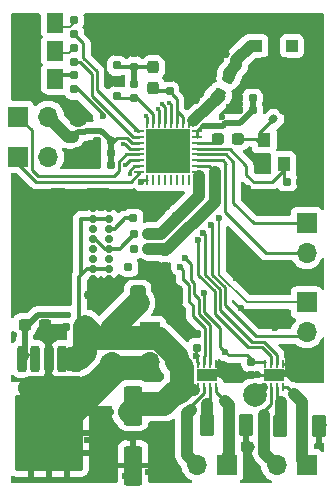
<source format=gbr>
%TF.GenerationSoftware,KiCad,Pcbnew,9.0.0*%
%TF.CreationDate,2025-09-05T21:38:02-05:00*%
%TF.ProjectId,RIOT_Receiver_ESP,52494f54-5f52-4656-9365-697665725f45,rev?*%
%TF.SameCoordinates,Original*%
%TF.FileFunction,Copper,L1,Top*%
%TF.FilePolarity,Positive*%
%FSLAX46Y46*%
G04 Gerber Fmt 4.6, Leading zero omitted, Abs format (unit mm)*
G04 Created by KiCad (PCBNEW 9.0.0) date 2025-09-05 21:38:02*
%MOMM*%
%LPD*%
G01*
G04 APERTURE LIST*
G04 Aperture macros list*
%AMRoundRect*
0 Rectangle with rounded corners*
0 $1 Rounding radius*
0 $2 $3 $4 $5 $6 $7 $8 $9 X,Y pos of 4 corners*
0 Add a 4 corners polygon primitive as box body*
4,1,4,$2,$3,$4,$5,$6,$7,$8,$9,$2,$3,0*
0 Add four circle primitives for the rounded corners*
1,1,$1+$1,$2,$3*
1,1,$1+$1,$4,$5*
1,1,$1+$1,$6,$7*
1,1,$1+$1,$8,$9*
0 Add four rect primitives between the rounded corners*
20,1,$1+$1,$2,$3,$4,$5,0*
20,1,$1+$1,$4,$5,$6,$7,0*
20,1,$1+$1,$6,$7,$8,$9,0*
20,1,$1+$1,$8,$9,$2,$3,0*%
G04 Aperture macros list end*
%TA.AperFunction,Conductor*%
%ADD10C,1.016000*%
%TD*%
%TA.AperFunction,ComponentPad*%
%ADD11R,1.700000X1.700000*%
%TD*%
%TA.AperFunction,ComponentPad*%
%ADD12O,1.700000X1.700000*%
%TD*%
%TA.AperFunction,SMDPad,CuDef*%
%ADD13RoundRect,0.160000X0.160000X-0.197500X0.160000X0.197500X-0.160000X0.197500X-0.160000X-0.197500X0*%
%TD*%
%TA.AperFunction,SMDPad,CuDef*%
%ADD14RoundRect,0.250001X-0.462499X-0.624999X0.462499X-0.624999X0.462499X0.624999X-0.462499X0.624999X0*%
%TD*%
%TA.AperFunction,SMDPad,CuDef*%
%ADD15RoundRect,0.155000X0.155000X-0.212500X0.155000X0.212500X-0.155000X0.212500X-0.155000X-0.212500X0*%
%TD*%
%TA.AperFunction,SMDPad,CuDef*%
%ADD16RoundRect,0.237500X0.287500X0.237500X-0.287500X0.237500X-0.287500X-0.237500X0.287500X-0.237500X0*%
%TD*%
%TA.AperFunction,SMDPad,CuDef*%
%ADD17RoundRect,0.155000X0.212500X0.155000X-0.212500X0.155000X-0.212500X-0.155000X0.212500X-0.155000X0*%
%TD*%
%TA.AperFunction,SMDPad,CuDef*%
%ADD18RoundRect,0.250000X-0.362500X-0.700000X0.362500X-0.700000X0.362500X0.700000X-0.362500X0.700000X0*%
%TD*%
%TA.AperFunction,SMDPad,CuDef*%
%ADD19RoundRect,0.250000X-0.550000X1.412500X-0.550000X-1.412500X0.550000X-1.412500X0.550000X1.412500X0*%
%TD*%
%TA.AperFunction,SMDPad,CuDef*%
%ADD20RoundRect,0.155000X-0.040659X-0.259862X0.259862X0.040659X0.040659X0.259862X-0.259862X-0.040659X0*%
%TD*%
%TA.AperFunction,SMDPad,CuDef*%
%ADD21RoundRect,0.155000X-0.261530X-0.027984X0.106530X-0.240484X0.261530X0.027984X-0.106530X0.240484X0*%
%TD*%
%TA.AperFunction,SMDPad,CuDef*%
%ADD22RoundRect,0.250000X-0.412500X-0.650000X0.412500X-0.650000X0.412500X0.650000X-0.412500X0.650000X0*%
%TD*%
%TA.AperFunction,SMDPad,CuDef*%
%ADD23RoundRect,0.160000X-0.197500X-0.160000X0.197500X-0.160000X0.197500X0.160000X-0.197500X0.160000X0*%
%TD*%
%TA.AperFunction,SMDPad,CuDef*%
%ADD24RoundRect,0.155000X-0.155000X0.212500X-0.155000X-0.212500X0.155000X-0.212500X0.155000X0.212500X0*%
%TD*%
%TA.AperFunction,SMDPad,CuDef*%
%ADD25R,1.100000X1.300000*%
%TD*%
%TA.AperFunction,ComponentPad*%
%ADD26C,0.700000*%
%TD*%
%TA.AperFunction,ComponentPad*%
%ADD27O,2.400000X0.900000*%
%TD*%
%TA.AperFunction,ComponentPad*%
%ADD28O,1.700000X0.900000*%
%TD*%
%TA.AperFunction,SMDPad,CuDef*%
%ADD29RoundRect,0.237500X-0.237500X0.287500X-0.237500X-0.287500X0.237500X-0.287500X0.237500X0.287500X0*%
%TD*%
%TA.AperFunction,SMDPad,CuDef*%
%ADD30RoundRect,0.237500X0.061931X-0.367732X0.349431X0.130232X-0.061931X0.367732X-0.349431X-0.130232X0*%
%TD*%
%TA.AperFunction,SMDPad,CuDef*%
%ADD31R,0.279400X0.711200*%
%TD*%
%TA.AperFunction,SMDPad,CuDef*%
%ADD32R,1.701800X0.990600*%
%TD*%
%TA.AperFunction,SMDPad,CuDef*%
%ADD33R,1.000000X1.000000*%
%TD*%
%TA.AperFunction,SMDPad,CuDef*%
%ADD34R,2.200000X1.050000*%
%TD*%
%TA.AperFunction,SMDPad,CuDef*%
%ADD35RoundRect,0.200000X-0.200000X0.900000X-0.200000X-0.900000X0.200000X-0.900000X0.200000X0.900000X0*%
%TD*%
%TA.AperFunction,SMDPad,CuDef*%
%ADD36RoundRect,0.250000X-1.125000X1.275000X-1.125000X-1.275000X1.125000X-1.275000X1.125000X1.275000X0*%
%TD*%
%TA.AperFunction,SMDPad,CuDef*%
%ADD37RoundRect,0.249997X-2.650003X2.950003X-2.650003X-2.950003X2.650003X-2.950003X2.650003X2.950003X0*%
%TD*%
%TA.AperFunction,SMDPad,CuDef*%
%ADD38RoundRect,0.155000X0.259862X-0.040659X-0.040659X0.259862X-0.259862X0.040659X0.040659X-0.259862X0*%
%TD*%
%TA.AperFunction,SMDPad,CuDef*%
%ADD39RoundRect,0.155000X-0.212500X-0.155000X0.212500X-0.155000X0.212500X0.155000X-0.212500X0.155000X0*%
%TD*%
%TA.AperFunction,SMDPad,CuDef*%
%ADD40RoundRect,0.062500X-0.062500X0.337500X-0.062500X-0.337500X0.062500X-0.337500X0.062500X0.337500X0*%
%TD*%
%TA.AperFunction,SMDPad,CuDef*%
%ADD41RoundRect,0.062500X-0.337500X0.062500X-0.337500X-0.062500X0.337500X-0.062500X0.337500X0.062500X0*%
%TD*%
%TA.AperFunction,HeatsinkPad*%
%ADD42R,3.700000X3.700000*%
%TD*%
%TA.AperFunction,SMDPad,CuDef*%
%ADD43RoundRect,0.237500X-0.300000X-0.237500X0.300000X-0.237500X0.300000X0.237500X-0.300000X0.237500X0*%
%TD*%
%TA.AperFunction,SMDPad,CuDef*%
%ADD44RoundRect,0.160000X0.197500X0.160000X-0.197500X0.160000X-0.197500X-0.160000X0.197500X-0.160000X0*%
%TD*%
%TA.AperFunction,ViaPad*%
%ADD45C,0.600000*%
%TD*%
%TA.AperFunction,ViaPad*%
%ADD46C,1.000000*%
%TD*%
%TA.AperFunction,ViaPad*%
%ADD47C,0.400000*%
%TD*%
%TA.AperFunction,ViaPad*%
%ADD48C,2.000000*%
%TD*%
%TA.AperFunction,Conductor*%
%ADD49C,2.000000*%
%TD*%
%TA.AperFunction,Conductor*%
%ADD50C,0.230000*%
%TD*%
%TA.AperFunction,Conductor*%
%ADD51C,0.200000*%
%TD*%
%TA.AperFunction,Conductor*%
%ADD52C,0.300000*%
%TD*%
%TA.AperFunction,Conductor*%
%ADD53C,0.500000*%
%TD*%
%TA.AperFunction,Conductor*%
%ADD54C,1.000000*%
%TD*%
%TA.AperFunction,Conductor*%
%ADD55C,0.750000*%
%TD*%
G04 APERTURE END LIST*
D10*
%TO.N,Net-(U1-LNA_IN)*%
X169633515Y-85285302D02*
G75*
G02*
X167385002Y-87340003I-18626215J18125502D01*
G01*
%TD*%
D11*
%TO.P,J7,1,Pin_1*%
%TO.N,VUSB*%
X163750000Y-105225000D03*
D12*
%TO.P,J7,2,Pin_2*%
%TO.N,GNDREF*%
X163750000Y-107765000D03*
%TD*%
D13*
%TO.P,R1,1*%
%TO.N,LED1*%
X157300000Y-79997500D03*
%TO.P,R1,2*%
%TO.N,Net-(D1-A)*%
X157300000Y-78802500D03*
%TD*%
%TO.P,R11,1*%
%TO.N,Net-(U1-CHIP_EN)*%
X162400000Y-85397500D03*
%TO.P,R11,2*%
%TO.N,+3.3V*%
X162400000Y-84202500D03*
%TD*%
D14*
%TO.P,D1,1,K*%
%TO.N,GNDREF*%
X152712500Y-79050000D03*
%TO.P,D1,2,A*%
%TO.N,Net-(D1-A)*%
X155687500Y-79050000D03*
%TD*%
D15*
%TO.P,C21,1*%
%TO.N,+3.3V*%
X167750000Y-106567500D03*
%TO.P,C21,2*%
%TO.N,GNDREF*%
X167750000Y-105432500D03*
%TD*%
D16*
%TO.P,L2,1,1*%
%TO.N,Net-(X1-EN)*%
X171225000Y-88850000D03*
%TO.P,L2,2,2*%
%TO.N,Net-(U1-XTAL_P)*%
X169475000Y-88850000D03*
%TD*%
D17*
%TO.P,C14,1*%
%TO.N,+3.3V*%
X160417500Y-91100000D03*
%TO.P,C14,2*%
%TO.N,GNDREF*%
X159282500Y-91100000D03*
%TD*%
D15*
%TO.P,C8,1*%
%TO.N,+3.3V*%
X160900000Y-82667500D03*
%TO.P,C8,2*%
%TO.N,GNDREF*%
X160900000Y-81532500D03*
%TD*%
D11*
%TO.P,J8,1,Pin_1*%
%TO.N,PWM3*%
X152560000Y-90400000D03*
D12*
%TO.P,J8,2,Pin_2*%
%TO.N,+3.3V*%
X155100000Y-90400000D03*
%TO.P,J8,3,Pin_3*%
%TO.N,GNDREF*%
X157640000Y-90400000D03*
%TD*%
D18*
%TO.P,R4,1*%
%TO.N,Net-(U2-ISEN)*%
X174755000Y-113190000D03*
%TO.P,R4,2*%
%TO.N,GNDREF*%
X178080000Y-113190000D03*
%TD*%
D19*
%TO.P,REF\u002A\u002A,1*%
%TO.N,VUSB*%
X162300000Y-111462500D03*
%TO.P,REF\u002A\u002A,2*%
%TO.N,GNDREF*%
X162300000Y-116537500D03*
%TD*%
D20*
%TO.P,C9,1*%
%TO.N,Net-(X1-EN)*%
X174173717Y-87226283D03*
%TO.P,C9,2*%
%TO.N,GNDREF*%
X174976283Y-86423717D03*
%TD*%
D21*
%TO.P,C4,1*%
%TO.N,GNDREF*%
X167558531Y-85616250D03*
%TO.P,C4,2*%
%TO.N,Net-(U1-LNA_IN)*%
X168541469Y-86183750D03*
%TD*%
D22*
%TO.P,REF\u002A\u002A,1*%
%TO.N,VUSB*%
X162687500Y-102200000D03*
%TO.P,REF\u002A\u002A,2*%
%TO.N,GNDREF*%
X165812500Y-102200000D03*
%TD*%
D23*
%TO.P,R15,1*%
%TO.N,Net-(J5-CC2)*%
X161902500Y-99750000D03*
%TO.P,R15,2*%
%TO.N,GNDREF*%
X163097500Y-99750000D03*
%TD*%
D24*
%TO.P,C22,1*%
%TO.N,+3.3V*%
X172250000Y-107750000D03*
%TO.P,C22,2*%
%TO.N,GNDREF*%
X172250000Y-108885000D03*
%TD*%
D17*
%TO.P,C2,1*%
%TO.N,VUSB*%
X157767500Y-104800000D03*
%TO.P,C2,2*%
%TO.N,GNDREF*%
X156632500Y-104800000D03*
%TD*%
%TO.P,C12,1*%
%TO.N,GNDREF*%
X176467500Y-92500000D03*
%TO.P,C12,2*%
%TO.N,Net-(U1-XTAL_N)*%
X175332500Y-92500000D03*
%TD*%
D23*
%TO.P,R14,1*%
%TO.N,Net-(J5-CC1)*%
X162305000Y-95600000D03*
%TO.P,R14,2*%
%TO.N,GNDREF*%
X163500000Y-95600000D03*
%TD*%
D25*
%TO.P,X1,1,EN*%
%TO.N,Net-(X1-EN)*%
X173400000Y-88950000D03*
%TO.P,X1,2,GND*%
%TO.N,GNDREF*%
X173400000Y-91050000D03*
%TO.P,X1,3,OUT*%
%TO.N,Net-(U1-XTAL_N)*%
X175050000Y-91050000D03*
%TO.P,X1,4,Vdd*%
%TO.N,GNDREF*%
X175050000Y-88950000D03*
%TD*%
D24*
%TO.P,C19,1*%
%TO.N,ESP_DP*%
X165000000Y-98500000D03*
%TO.P,C19,2*%
%TO.N,GNDREF*%
X165000000Y-99635000D03*
%TD*%
D23*
%TO.P,R12,1*%
%TO.N,Net-(J5-D--PadA7)*%
X162402500Y-96950000D03*
%TO.P,R12,2*%
%TO.N,ESP_DM*%
X163597500Y-96950000D03*
%TD*%
D24*
%TO.P,C6,1*%
%TO.N,GNDREF*%
X165400000Y-83732500D03*
%TO.P,C6,2*%
%TO.N,Net-(C6-Pad2)*%
X165400000Y-84867500D03*
%TD*%
D11*
%TO.P,J9,1,Pin_1*%
%TO.N,VUSB*%
X160500000Y-105200000D03*
D12*
%TO.P,J9,2,Pin_2*%
%TO.N,GNDREF*%
X160500000Y-107740000D03*
%TD*%
D15*
%TO.P,C18,1*%
%TO.N,Net-(U1-CHIP_EN)*%
X160900000Y-85267500D03*
%TO.P,C18,2*%
%TO.N,GNDREF*%
X160900000Y-84132500D03*
%TD*%
D26*
%TO.P,J5,A1,GND*%
%TO.N,GNDREF*%
X160275000Y-94775000D03*
%TO.P,J5,A4,VBUS*%
%TO.N,VUSB*%
X160275000Y-95625000D03*
%TO.P,J5,A5,CC1*%
%TO.N,Net-(J5-CC1)*%
X160275000Y-96475000D03*
%TO.P,J5,A6,D+*%
%TO.N,Net-(J5-D+-PadA6)*%
X160275000Y-97325000D03*
%TO.P,J5,A7,D-*%
%TO.N,Net-(J5-D--PadA7)*%
X160275000Y-98175000D03*
%TO.P,J5,A8,SBU1*%
%TO.N,unconnected-(J5-SBU1-PadA8)*%
X160275000Y-99025000D03*
%TO.P,J5,A9,VBUS*%
%TO.N,VUSB*%
X160275000Y-99875000D03*
%TO.P,J5,A12,GND*%
%TO.N,GNDREF*%
X160275000Y-100725000D03*
%TO.P,J5,B1,GND*%
X158925000Y-100725000D03*
%TO.P,J5,B4,VBUS*%
%TO.N,VUSB*%
X158925000Y-99875000D03*
%TO.P,J5,B5,CC2*%
%TO.N,Net-(J5-CC2)*%
X158925000Y-99025000D03*
%TO.P,J5,B6,D+*%
%TO.N,Net-(J5-D+-PadA6)*%
X158925000Y-98175000D03*
%TO.P,J5,B7,D-*%
%TO.N,Net-(J5-D--PadA7)*%
X158925000Y-97325000D03*
%TO.P,J5,B8,SBU2*%
%TO.N,unconnected-(J5-SBU2-PadB8)*%
X158925000Y-96475000D03*
%TO.P,J5,B9,VBUS*%
%TO.N,VUSB*%
X158925000Y-95625000D03*
%TO.P,J5,B12,GND*%
%TO.N,GNDREF*%
X158925000Y-94775000D03*
D27*
%TO.P,J5,S1,SHIELD*%
X159295000Y-93425000D03*
D28*
X155915000Y-93425000D03*
D27*
X159295000Y-102075000D03*
D28*
X155915000Y-102075000D03*
%TD*%
D29*
%TO.P,L3,1,1*%
%TO.N,+3.3V*%
X164000000Y-82825000D03*
%TO.P,L3,2,2*%
%TO.N,Net-(C6-Pad2)*%
X164000000Y-84575000D03*
%TD*%
D11*
%TO.P,J1,1,Pin_1*%
%TO.N,Net-(J1-Pin_1)*%
X177000000Y-116500000D03*
D12*
%TO.P,J1,2,Pin_2*%
%TO.N,Net-(J1-Pin_2)*%
X174460000Y-116500000D03*
%TD*%
D11*
%TO.P,J6,1,Pin_1*%
%TO.N,PWM1*%
X177000000Y-96000000D03*
D12*
%TO.P,J6,2,Pin_2*%
%TO.N,PWM2*%
X177000000Y-98540000D03*
%TD*%
D13*
%TO.P,R2,1*%
%TO.N,LED2*%
X157300000Y-82397500D03*
%TO.P,R2,2*%
%TO.N,Net-(D2-A)*%
X157300000Y-81202500D03*
%TD*%
D17*
%TO.P,C11,1*%
%TO.N,+3.3V*%
X172417500Y-85450000D03*
%TO.P,C11,2*%
%TO.N,GNDREF*%
X171282500Y-85450000D03*
%TD*%
D13*
%TO.P,R3,1*%
%TO.N,LED3*%
X157300000Y-84697500D03*
%TO.P,R3,2*%
%TO.N,Net-(D3-A)*%
X157300000Y-83502500D03*
%TD*%
D30*
%TO.P,L1,1,1*%
%TO.N,Net-(U1-LNA_IN)*%
X169562500Y-85157772D03*
%TO.P,L1,2,2*%
%TO.N,Net-(AE1-A)*%
X170437500Y-83642228D03*
%TD*%
D17*
%TO.P,C17,1*%
%TO.N,+3.3V*%
X160417500Y-90100000D03*
%TO.P,C17,2*%
%TO.N,GNDREF*%
X159282500Y-90100000D03*
%TD*%
D11*
%TO.P,J10,1,Pin_1*%
%TO.N,PWM4*%
X152575000Y-87000000D03*
D12*
%TO.P,J10,2,Pin_2*%
%TO.N,+3.3V*%
X155115000Y-87000000D03*
%TO.P,J10,3,Pin_3*%
%TO.N,GNDREF*%
X157655000Y-87000000D03*
%TD*%
D21*
%TO.P,C5,1*%
%TO.N,GNDREF*%
X170058531Y-81666251D03*
%TO.P,C5,2*%
%TO.N,Net-(AE1-A)*%
X171041469Y-82233749D03*
%TD*%
D15*
%TO.P,C7,1*%
%TO.N,+3.3V*%
X162400000Y-82767500D03*
%TO.P,C7,2*%
%TO.N,GNDREF*%
X162400000Y-81632500D03*
%TD*%
D31*
%TO.P,U2,1,GND*%
%TO.N,GNDREF*%
X175000378Y-107900000D03*
%TO.P,U2,2,IN2*%
%TO.N,MOT1*%
X174500252Y-107900000D03*
%TO.P,U2,3,IN1*%
%TO.N,MOT2*%
X174000126Y-107900000D03*
%TO.P,U2,4,VREF*%
%TO.N,+3.3V*%
X173500000Y-107900000D03*
%TO.P,U2,5,VM*%
%TO.N,VUSB*%
X173500000Y-109906600D03*
%TO.P,U2,6,OUT1*%
%TO.N,Net-(J1-Pin_2)*%
X174000126Y-109906600D03*
%TO.P,U2,7,ISEN*%
%TO.N,Net-(U2-ISEN)*%
X174500252Y-109906600D03*
%TO.P,U2,8,OUT2*%
%TO.N,Net-(J1-Pin_1)*%
X175000378Y-109906600D03*
D32*
%TO.P,U2,9,EPAD*%
%TO.N,GNDREF*%
X174250189Y-108903300D03*
%TD*%
D14*
%TO.P,D2,1,K*%
%TO.N,GNDREF*%
X152712500Y-81400000D03*
%TO.P,D2,2,A*%
%TO.N,Net-(D2-A)*%
X155687500Y-81400000D03*
%TD*%
D11*
%TO.P,J4,1,Pin_1*%
%TO.N,PWM5*%
X177000000Y-102725000D03*
D12*
%TO.P,J4,2,Pin_2*%
%TO.N,PWM6*%
X177000000Y-105265000D03*
%TD*%
D33*
%TO.P,REF\u002A\u002A,1*%
%TO.N,Net-(AE1-A)*%
X172750000Y-81000000D03*
D34*
%TO.P,REF\u002A\u002A,2*%
%TO.N,GNDREF*%
X174250000Y-79524999D03*
D33*
%TO.N,N/C*%
X175750000Y-81000000D03*
D34*
%TO.N,GNDREF*%
X174250000Y-82475001D03*
%TD*%
D18*
%TO.P,R5,1*%
%TO.N,Net-(U4-ISEN)*%
X168537500Y-113100000D03*
%TO.P,R5,2*%
%TO.N,GNDREF*%
X171862500Y-113100000D03*
%TD*%
D31*
%TO.P,U4,1,GND*%
%TO.N,GNDREF*%
X169300000Y-107900000D03*
%TO.P,U4,2,IN2*%
%TO.N,MOT4*%
X168799874Y-107900000D03*
%TO.P,U4,3,IN1*%
%TO.N,MOT3*%
X168299748Y-107900000D03*
%TO.P,U4,4,VREF*%
%TO.N,+3.3V*%
X167799622Y-107900000D03*
%TO.P,U4,5,VM*%
%TO.N,VUSB*%
X167799622Y-109906600D03*
%TO.P,U4,6,OUT1*%
%TO.N,Net-(J2-Pin_2)*%
X168299748Y-109906600D03*
%TO.P,U4,7,ISEN*%
%TO.N,Net-(U4-ISEN)*%
X168799874Y-109906600D03*
%TO.P,U4,8,OUT2*%
%TO.N,Net-(J2-Pin_1)*%
X169300000Y-109906600D03*
D32*
%TO.P,U4,9,EPAD*%
%TO.N,GNDREF*%
X168549811Y-108903300D03*
%TD*%
D35*
%TO.P,U3,1,VIN*%
%TO.N,VUSB*%
X157440000Y-107500000D03*
%TO.P,U3,2,ON/OFF*%
X156300000Y-107500000D03*
%TO.P,U3,3,VSS*%
%TO.N,GNDREF*%
X155160000Y-107500000D03*
D36*
X156685000Y-112125000D03*
X153635000Y-112125000D03*
D37*
X155160000Y-113800000D03*
D36*
X156685000Y-115475000D03*
X153635000Y-115475000D03*
D35*
%TO.P,U3,4,NC*%
%TO.N,unconnected-(U3-NC-Pad4)*%
X154020000Y-107500000D03*
%TO.P,U3,5,VOUT*%
%TO.N,+3.3V*%
X152880000Y-107500000D03*
%TD*%
D38*
%TO.P,C20,1*%
%TO.N,ESP_DM*%
X165901283Y-95401283D03*
%TO.P,C20,2*%
%TO.N,GNDREF*%
X165098717Y-94598717D03*
%TD*%
D11*
%TO.P,J2,1,Pin_1*%
%TO.N,Net-(J2-Pin_1)*%
X170275000Y-116500000D03*
D12*
%TO.P,J2,2,Pin_2*%
%TO.N,Net-(J2-Pin_2)*%
X167735000Y-116500000D03*
%TD*%
D39*
%TO.P,C13,1*%
%TO.N,GNDREF*%
X159282500Y-89100000D03*
%TO.P,C13,2*%
%TO.N,+3.3V*%
X160417500Y-89100000D03*
%TD*%
D14*
%TO.P,D3,1,K*%
%TO.N,GNDREF*%
X152712500Y-83800000D03*
%TO.P,D3,2,A*%
%TO.N,Net-(D3-A)*%
X155687500Y-83800000D03*
%TD*%
D40*
%TO.P,U1,1,LNA_IN*%
%TO.N,Net-(U1-LNA_IN)*%
X167000000Y-87500000D03*
%TO.P,U1,2,VDD3P3*%
%TO.N,Net-(C6-Pad2)*%
X166500000Y-87500000D03*
%TO.P,U1,3,VDD3P3*%
X166000000Y-87500000D03*
%TO.P,U1,4,XTAL_32K_P*%
%TO.N,PWM5*%
X165500000Y-87500000D03*
%TO.P,U1,5,XTAL_32K_N*%
%TO.N,PWM6*%
X165000000Y-87500000D03*
%TO.P,U1,6,GPIO2*%
%TO.N,MOT1*%
X164500000Y-87500000D03*
%TO.P,U1,7,CHIP_EN*%
%TO.N,Net-(U1-CHIP_EN)*%
X164000000Y-87500000D03*
%TO.P,U1,8,GPIO3*%
%TO.N,MOT2*%
X163500000Y-87500000D03*
D41*
%TO.P,U1,9,MTMS*%
%TO.N,LED1*%
X162800000Y-88200000D03*
%TO.P,U1,10,MTDI*%
%TO.N,LED2*%
X162800000Y-88700000D03*
%TO.P,U1,11,VDD3P3_RTC*%
%TO.N,+3.3V*%
X162800000Y-89200000D03*
%TO.P,U1,12,MTCK*%
%TO.N,LED3*%
X162800000Y-89700000D03*
%TO.P,U1,13,MTDO*%
%TO.N,PWM4*%
X162800000Y-90200000D03*
%TO.P,U1,14,GPIO8*%
%TO.N,MOT3*%
X162800000Y-90700000D03*
%TO.P,U1,15,GPIO9*%
%TO.N,MOT4*%
X162800000Y-91200000D03*
%TO.P,U1,16,GPIO10*%
%TO.N,PWM3*%
X162800000Y-91700000D03*
D40*
%TO.P,U1,17,VDD3P3_CPU*%
%TO.N,+3.3V*%
X163500000Y-92400000D03*
%TO.P,U1,18,VDD_SPI*%
%TO.N,unconnected-(U1-VDD_SPI-Pad18)*%
X164000000Y-92400000D03*
%TO.P,U1,19,SPIHD*%
%TO.N,unconnected-(U1-SPIHD-Pad19)*%
X164500000Y-92400000D03*
%TO.P,U1,20,SPIWP*%
%TO.N,unconnected-(U1-SPIWP-Pad20)*%
X165000000Y-92400000D03*
%TO.P,U1,21,SPICS0*%
%TO.N,unconnected-(U1-SPICS0-Pad21)*%
X165500000Y-92400000D03*
%TO.P,U1,22,SPICLK*%
%TO.N,unconnected-(U1-SPICLK-Pad22)*%
X166000000Y-92400000D03*
%TO.P,U1,23,SPID*%
%TO.N,unconnected-(U1-SPID-Pad23)*%
X166500000Y-92400000D03*
%TO.P,U1,24,SPIQ*%
%TO.N,unconnected-(U1-SPIQ-Pad24)*%
X167000000Y-92400000D03*
D41*
%TO.P,U1,25,GPIO18*%
%TO.N,ESP_DM*%
X167700000Y-91700000D03*
%TO.P,U1,26,GPIO19*%
%TO.N,ESP_DP*%
X167700000Y-91200000D03*
%TO.P,U1,27,U0RXD*%
%TO.N,PWM2*%
X167700000Y-90700000D03*
%TO.P,U1,28,U0TXD*%
%TO.N,PWM1*%
X167700000Y-90200000D03*
%TO.P,U1,29,XTAL_N*%
%TO.N,Net-(U1-XTAL_N)*%
X167700000Y-89700000D03*
%TO.P,U1,30,XTAL_P*%
%TO.N,Net-(U1-XTAL_P)*%
X167700000Y-89200000D03*
%TO.P,U1,31,VDDA*%
%TO.N,+3.3V*%
X167700000Y-88700000D03*
%TO.P,U1,32,VDDA*%
X167700000Y-88200000D03*
D42*
%TO.P,U1,33,GND*%
%TO.N,GNDREF*%
X165250000Y-89950000D03*
%TD*%
D43*
%TO.P,C3,1*%
%TO.N,+3.3V*%
X153137500Y-104600000D03*
%TO.P,C3,2*%
%TO.N,GNDREF*%
X154862500Y-104600000D03*
%TD*%
D44*
%TO.P,R13,1*%
%TO.N,ESP_DP*%
X163597500Y-98200000D03*
%TO.P,R13,2*%
%TO.N,Net-(J5-D+-PadA6)*%
X162402500Y-98200000D03*
%TD*%
D17*
%TO.P,C10,1*%
%TO.N,+3.3V*%
X172417500Y-86450000D03*
%TO.P,C10,2*%
%TO.N,GNDREF*%
X171282500Y-86450000D03*
%TD*%
D45*
%TO.N,GNDREF*%
X160400000Y-112000000D03*
X174000000Y-94500000D03*
X160200000Y-116600000D03*
X154600000Y-113000000D03*
X169000000Y-81850000D03*
X171100000Y-97900000D03*
X174600000Y-103600000D03*
D46*
X172100000Y-115000000D03*
D45*
X172000000Y-94000000D03*
X171350000Y-86450000D03*
X162000000Y-114200000D03*
X166500000Y-103750000D03*
X176880000Y-88770000D03*
X177300000Y-108200000D03*
X160800000Y-114600000D03*
X171250000Y-85350000D03*
X160400000Y-113800000D03*
X155400000Y-115400000D03*
X175100145Y-84579897D03*
X152250000Y-105500000D03*
X153800000Y-112200000D03*
X178000000Y-85150000D03*
X177350000Y-84450000D03*
X173400000Y-91050000D03*
X160500000Y-93450000D03*
X163600000Y-100600000D03*
X177500000Y-93500000D03*
X153800000Y-114000000D03*
X166500000Y-89500000D03*
X155200000Y-112000000D03*
X177305682Y-85795193D03*
X155600000Y-105600000D03*
X167800000Y-79800000D03*
X165000000Y-117400000D03*
X152500000Y-103250000D03*
X163600000Y-117100000D03*
X172400000Y-108800000D03*
X154200000Y-115800000D03*
X177200000Y-109000000D03*
X161850000Y-116200000D03*
X157400000Y-115200000D03*
X160800000Y-115400000D03*
X171800000Y-99200000D03*
X162550000Y-117500000D03*
X173200000Y-84500000D03*
X164750000Y-103000000D03*
X163800000Y-114400000D03*
X157000000Y-113800000D03*
X171000000Y-100700000D03*
X174350000Y-83900000D03*
X171400000Y-103200000D03*
X173000000Y-101000000D03*
X170900000Y-108800000D03*
X176300000Y-108200000D03*
X157800000Y-113400000D03*
X155000000Y-113600000D03*
D46*
X171900000Y-113000000D03*
X178200000Y-113100000D03*
D45*
X170200000Y-108400000D03*
X170700000Y-78900000D03*
X174500000Y-100200000D03*
X156200000Y-114600000D03*
X173200000Y-99800000D03*
X162750000Y-116500000D03*
X176300000Y-109000000D03*
X178090000Y-107490000D03*
X176960000Y-89910000D03*
X178000000Y-92500000D03*
X155600000Y-104800000D03*
X177400000Y-87150000D03*
X169800000Y-87000000D03*
X156632500Y-104800000D03*
X164800000Y-115200000D03*
X164450000Y-116300000D03*
X171400000Y-84550000D03*
X178000000Y-90000000D03*
X164200000Y-113400000D03*
X174500000Y-101200000D03*
X176670000Y-93660000D03*
X166500000Y-90500000D03*
X170600000Y-79800000D03*
X158400000Y-114400000D03*
X165750000Y-103000000D03*
X173000000Y-104500000D03*
X172000000Y-93000000D03*
X173700000Y-104000000D03*
X154600000Y-114600000D03*
X161500000Y-94050000D03*
X178040860Y-86455353D03*
X176250000Y-84300000D03*
X168700000Y-83300000D03*
X178100000Y-109000000D03*
X173000000Y-95000000D03*
X176700000Y-91170000D03*
X172400000Y-103500000D03*
X172500000Y-83650000D03*
X170400000Y-86200000D03*
X174400000Y-85500000D03*
X156800000Y-115800000D03*
X174300000Y-104900000D03*
X157800000Y-112000000D03*
X156400000Y-112200000D03*
X154600000Y-105600000D03*
X175850000Y-85400000D03*
X170400000Y-99000000D03*
X161600000Y-117400000D03*
X178000000Y-91500000D03*
X154862500Y-104600000D03*
X164600000Y-100600000D03*
X156000000Y-113400000D03*
X176500000Y-87500000D03*
%TO.N,PWM6*%
X168888009Y-96215000D03*
D47*
X164778274Y-85902780D03*
%TO.N,PWM5*%
X165373424Y-85826624D03*
D45*
X169535000Y-95600000D03*
%TO.N,LED3*%
X159715129Y-86984871D03*
D47*
X161450000Y-89315000D03*
D45*
%TO.N,MOT2*%
X167758459Y-97453321D03*
D47*
X163432396Y-86952604D03*
D45*
%TO.N,+3.3V*%
X167650000Y-107300000D03*
X168850000Y-87750000D03*
X156750000Y-103800000D03*
X170100000Y-106900000D03*
X162400000Y-84200000D03*
X160417500Y-90100000D03*
X163000000Y-92500000D03*
X168300000Y-101900000D03*
%TO.N,MOT1*%
X168259932Y-96830000D03*
D47*
X164396049Y-86365281D03*
D45*
%TO.N,MOT4*%
X166657772Y-98984456D03*
D47*
X162000000Y-91871681D03*
%TO.N,MOT3*%
X161635820Y-91115000D03*
D45*
X166300000Y-99700000D03*
D48*
%TO.N,VUSB*%
X172600000Y-110600000D03*
X166477468Y-110107056D03*
D45*
%TO.N,Net-(J5-CC2)*%
X161902500Y-99750000D03*
%TO.N,Net-(J5-D+-PadA6)*%
X162375000Y-98125000D03*
%TD*%
D49*
%TO.N,GNDREF*%
X157275000Y-112125000D02*
X158500000Y-110900000D01*
D50*
X175000378Y-107900000D02*
X175450000Y-107900000D01*
D49*
X158500000Y-110900000D02*
X157600000Y-110000000D01*
X157600000Y-110000000D02*
X153600000Y-110000000D01*
D51*
X169300000Y-107900000D02*
X169525000Y-107900000D01*
D49*
X156925000Y-112125000D02*
X157275000Y-112125000D01*
X158500000Y-110900000D02*
X161100000Y-108300000D01*
X161100000Y-108300000D02*
X161200000Y-108300000D01*
D51*
%TO.N,Net-(D1-A)*%
X156952500Y-79450000D02*
X155687500Y-79450000D01*
X157300000Y-79102500D02*
X156952500Y-79450000D01*
%TO.N,Net-(D2-A)*%
X157300000Y-81202500D02*
X156902500Y-81600000D01*
X156902500Y-81600000D02*
X156037500Y-81600000D01*
X156037500Y-81600000D02*
X155687500Y-81950000D01*
D52*
%TO.N,Net-(D3-A)*%
X157300000Y-83502500D02*
X156035000Y-83502500D01*
X156035000Y-83502500D02*
X155737500Y-83800000D01*
D51*
X156085000Y-84152500D02*
X155737500Y-84500000D01*
D50*
%TO.N,PWM4*%
X162800000Y-90200000D02*
X161728320Y-90200000D01*
X153726000Y-91526000D02*
X153726000Y-88151000D01*
X153726000Y-88151000D02*
X152575000Y-87000000D01*
X161100000Y-90828320D02*
X161100000Y-91600000D01*
X161100000Y-91600000D02*
X160650000Y-92050000D01*
X154250000Y-92050000D02*
X153726000Y-91526000D01*
X160650000Y-92050000D02*
X154250000Y-92050000D01*
X161728320Y-90200000D02*
X161100000Y-90828320D01*
%TO.N,PWM3*%
X152560000Y-90969526D02*
X152560000Y-90400000D01*
X162800000Y-91800000D02*
X162100000Y-92500000D01*
X162800000Y-91700000D02*
X162800000Y-91800000D01*
X154090474Y-92500000D02*
X152560000Y-90969526D01*
X162100000Y-92500000D02*
X154090474Y-92500000D01*
%TO.N,PWM6*%
X164778274Y-85902780D02*
X164858424Y-85982930D01*
X176665000Y-105600000D02*
X177000000Y-105265000D01*
X164858424Y-86039944D02*
X165000000Y-86181520D01*
X164858424Y-85982930D02*
X164858424Y-86039944D01*
X169000000Y-96326991D02*
X169000000Y-100383776D01*
X168888009Y-96215000D02*
X169000000Y-96326991D01*
X169000000Y-100383776D02*
X170060000Y-101443776D01*
X172750000Y-105600000D02*
X176665000Y-105600000D01*
X170060000Y-101443776D02*
X170060000Y-102910000D01*
X165000000Y-86181520D02*
X165000000Y-87500000D01*
X170060000Y-102910000D02*
X172750000Y-105600000D01*
%TO.N,PWM5*%
X165500000Y-85953200D02*
X165500000Y-87500000D01*
D51*
X177000000Y-102725000D02*
X171949336Y-102725000D01*
X169600000Y-95665000D02*
X169535000Y-95600000D01*
X169600000Y-100375664D02*
X169600000Y-95665000D01*
D50*
X165373424Y-85826624D02*
X165500000Y-85953200D01*
D51*
X171949336Y-102725000D02*
X169600000Y-100375664D01*
D50*
%TO.N,PWM2*%
X170100000Y-95100000D02*
X173540000Y-98540000D01*
X170100000Y-90900000D02*
X170100000Y-95100000D01*
X173540000Y-98540000D02*
X177000000Y-98540000D01*
X167700000Y-90700000D02*
X169900000Y-90700000D01*
X169900000Y-90700000D02*
X170100000Y-90900000D01*
X170100000Y-90900000D02*
X170200000Y-91000000D01*
%TO.N,PWM1*%
X167700000Y-90200000D02*
X170150000Y-90200000D01*
X170800000Y-94300000D02*
X172500000Y-96000000D01*
X172500000Y-96000000D02*
X177000000Y-96000000D01*
X170150000Y-90200000D02*
X170800000Y-90850000D01*
X170800000Y-90850000D02*
X170800000Y-94300000D01*
%TO.N,LED1*%
X162700000Y-88200000D02*
X159250000Y-84750000D01*
X158100000Y-82000000D02*
X158100000Y-80797500D01*
X159250000Y-83150000D02*
X158100000Y-82000000D01*
X162800000Y-88200000D02*
X162700000Y-88200000D01*
X159250000Y-84750000D02*
X159250000Y-83150000D01*
X158100000Y-80797500D02*
X157300000Y-79997500D01*
%TO.N,LED2*%
X162300000Y-88700000D02*
X158820000Y-85220000D01*
X157797500Y-82397500D02*
X157300000Y-82397500D01*
X158820000Y-85220000D02*
X158820000Y-83420000D01*
X158820000Y-83420000D02*
X157797500Y-82397500D01*
X162800000Y-88700000D02*
X162300000Y-88700000D01*
%TO.N,LED3*%
X161450000Y-89315000D02*
X161615000Y-89315000D01*
D52*
X159715129Y-86815129D02*
X157597500Y-84697500D01*
D50*
X161615000Y-89315000D02*
X162000000Y-89700000D01*
D52*
X157597500Y-84697500D02*
X157300000Y-84697500D01*
X159715129Y-86984871D02*
X159715129Y-86815129D01*
D50*
X162000000Y-89700000D02*
X162800000Y-89700000D01*
D10*
%TO.N,Net-(J1-Pin_2)*%
X174460000Y-116500000D02*
X173400000Y-115440000D01*
X173400000Y-115440000D02*
X173400000Y-112300000D01*
D50*
X174000126Y-109906600D02*
X174000126Y-111299874D01*
X174000126Y-111299874D02*
X173400000Y-111900000D01*
D10*
%TO.N,Net-(J1-Pin_1)*%
X176600000Y-111200000D02*
X175900000Y-110500000D01*
X176600000Y-111500000D02*
X176600000Y-111200000D01*
X177000000Y-116500000D02*
X176600000Y-116100000D01*
D50*
X175306600Y-109906600D02*
X175900000Y-110500000D01*
D10*
X176600000Y-116100000D02*
X176600000Y-111500000D01*
D50*
X175000378Y-109906600D02*
X175306600Y-109906600D01*
D10*
%TO.N,Net-(J2-Pin_2)*%
X166900000Y-112100000D02*
X167200000Y-111800000D01*
D50*
X168299748Y-110420354D02*
X167200000Y-111520102D01*
D10*
X167735000Y-116500000D02*
X166900000Y-115665000D01*
D50*
X167200000Y-111520102D02*
X167200000Y-111800000D01*
X168299748Y-109906600D02*
X168299748Y-110420354D01*
D10*
X166900000Y-115665000D02*
X166900000Y-112100000D01*
%TO.N,Net-(J2-Pin_1)*%
X170100000Y-111100000D02*
X170400000Y-111400000D01*
X170275000Y-115805140D02*
X170275000Y-116500000D01*
X170275000Y-116500000D02*
X170019860Y-116500000D01*
X170400000Y-115680140D02*
X170275000Y-115805140D01*
D50*
X169300000Y-110300000D02*
X170100000Y-111100000D01*
D10*
X170400000Y-111400000D02*
X170400000Y-115680140D01*
D50*
X169300000Y-109906600D02*
X169300000Y-110300000D01*
D10*
%TO.N,Net-(U2-ISEN)*%
X174837500Y-113200000D02*
X174837500Y-111214374D01*
D50*
X174500252Y-110877126D02*
X174823126Y-111200000D01*
D10*
X174837500Y-111214374D02*
X174823126Y-111200000D01*
D50*
X174500252Y-109906600D02*
X174500252Y-110877126D01*
%TO.N,Net-(U4-ISEN)*%
X168799874Y-111084126D02*
X168584000Y-111300000D01*
X168799874Y-109906600D02*
X168799874Y-111084126D01*
D10*
X168584000Y-112653500D02*
X168584000Y-111300000D01*
D50*
%TO.N,MOT2*%
X163432396Y-86952604D02*
X163500000Y-87020208D01*
X167800000Y-100400000D02*
X169200000Y-101800000D01*
X167800000Y-97494862D02*
X167800000Y-100400000D01*
X172000000Y-106500000D02*
X173225300Y-106500000D01*
X174000126Y-107274826D02*
X174000126Y-107900000D01*
X169200000Y-103700000D02*
X172000000Y-106500000D01*
X173225300Y-106500000D02*
X174000126Y-107274826D01*
X169200000Y-101800000D02*
X169200000Y-103700000D01*
X167758459Y-97453321D02*
X167800000Y-97494862D01*
X163500000Y-87020208D02*
X163500000Y-87500000D01*
%TO.N,+3.3V*%
X167650000Y-107300000D02*
X167650000Y-106717500D01*
X172569742Y-107800000D02*
X173450000Y-107800000D01*
D52*
X161057500Y-82825000D02*
X160900000Y-82667500D01*
D53*
X160417500Y-89100000D02*
X160417500Y-89006192D01*
X171317500Y-87550000D02*
X170119742Y-87550000D01*
X157599000Y-88301000D02*
X157200000Y-88700000D01*
D50*
X167799622Y-107224622D02*
X167650000Y-107300000D01*
X169700000Y-104900000D02*
X168300000Y-103500000D01*
X167700000Y-88700000D02*
X167700000Y-88200000D01*
X160417500Y-89300000D02*
X160917500Y-88800000D01*
D53*
X154232500Y-103800000D02*
X153432500Y-104600000D01*
D54*
X155115000Y-87000000D02*
X156815000Y-88700000D01*
D53*
X172417500Y-86450000D02*
X171317500Y-87550000D01*
X159611308Y-88200000D02*
X158294892Y-88200000D01*
X169919742Y-87750000D02*
X168191001Y-87750000D01*
D52*
X164000000Y-82825000D02*
X161057500Y-82825000D01*
D53*
X156750000Y-103800000D02*
X154232500Y-103800000D01*
D50*
X162190474Y-89200000D02*
X162800000Y-89200000D01*
X167775000Y-107200000D02*
X167799622Y-107224622D01*
D53*
X158193892Y-88301000D02*
X157599000Y-88301000D01*
X153432500Y-104600000D02*
X153120000Y-104912500D01*
X162400000Y-84200000D02*
X162400000Y-82767500D01*
X160417500Y-89006192D02*
X159611308Y-88200000D01*
X153120000Y-104912500D02*
X153120000Y-107500000D01*
D50*
X172350000Y-86418976D02*
X172350000Y-86450000D01*
D52*
X153432500Y-107187500D02*
X153120000Y-107500000D01*
D53*
X160417500Y-89100000D02*
X160417500Y-91100000D01*
D50*
X171969742Y-107200000D02*
X172569742Y-107800000D01*
X168300000Y-103500000D02*
X168300000Y-101900000D01*
X163000000Y-92500000D02*
X162900000Y-92400000D01*
X169700000Y-106500000D02*
X169700000Y-104900000D01*
X172417500Y-86351476D02*
X172350000Y-86418976D01*
X170100000Y-106900000D02*
X169700000Y-106500000D01*
X170100000Y-106900000D02*
X170400000Y-107200000D01*
X167650000Y-107300000D02*
X167799622Y-107900000D01*
D54*
X156815000Y-88700000D02*
X157200000Y-88700000D01*
D50*
X172350000Y-86450000D02*
X172318976Y-86450000D01*
X170400000Y-107200000D02*
X171969742Y-107200000D01*
D53*
X172417500Y-85450000D02*
X172417500Y-86351476D01*
D50*
X168191001Y-87750000D02*
X167963868Y-87936132D01*
X161790474Y-88800000D02*
X162190474Y-89200000D01*
D53*
X158294892Y-88200000D02*
X158193892Y-88301000D01*
D50*
X163500000Y-92400000D02*
X163100000Y-92400000D01*
X160917500Y-88800000D02*
X161790474Y-88800000D01*
D53*
X170119742Y-87550000D02*
X169919742Y-87750000D01*
D50*
X167963868Y-87936132D02*
X167700000Y-88200000D01*
X163100000Y-92400000D02*
X163000000Y-92500000D01*
%TO.N,MOT1*%
X164500000Y-86469232D02*
X164500000Y-87500000D01*
X168259932Y-96830000D02*
X168400000Y-96970068D01*
X164396049Y-86365281D02*
X164500000Y-86469232D01*
X174500252Y-107166840D02*
X174500252Y-107900000D01*
X173403412Y-106070000D02*
X174500252Y-107166840D01*
X169630000Y-103330000D02*
X172370000Y-106070000D01*
X169630000Y-101621888D02*
X169630000Y-103330000D01*
X168400000Y-96970068D02*
X168400000Y-100391888D01*
X168400000Y-100391888D02*
X169630000Y-101621888D01*
X172370000Y-106070000D02*
X173403412Y-106070000D01*
D10*
%TO.N,Net-(U1-LNA_IN)*%
X169562500Y-85157772D02*
X169300000Y-85420272D01*
%TO.N,Net-(AE1-A)*%
X171041469Y-82208531D02*
X171041469Y-82233749D01*
X170437500Y-83262500D02*
X170437500Y-83642228D01*
X171041469Y-82658531D02*
X170437500Y-83262500D01*
X171041469Y-82233749D02*
X171041469Y-82658531D01*
X172250000Y-81000000D02*
X171041469Y-82208531D01*
X172750000Y-81000000D02*
X172250000Y-81000000D01*
D50*
%TO.N,Net-(C6-Pad2)*%
X166000000Y-86500000D02*
X166000000Y-87500000D01*
X166000000Y-86500000D02*
X166000000Y-85500000D01*
X166000000Y-85500000D02*
X165567500Y-85067500D01*
D52*
X164292500Y-84867500D02*
X164000000Y-84575000D01*
X165400000Y-84867500D02*
X164292500Y-84867500D01*
D50*
X166500000Y-87500000D02*
X166500000Y-87000000D01*
X166500000Y-87000000D02*
X166000000Y-86500000D01*
%TO.N,Net-(X1-EN)*%
X172987500Y-88412500D02*
X172987500Y-89200000D01*
X172687500Y-88900000D02*
X171154460Y-88900000D01*
X174173717Y-87226283D02*
X172987500Y-88412500D01*
X172987500Y-89200000D02*
X172687500Y-88900000D01*
%TO.N,Net-(U1-XTAL_N)*%
X171900000Y-91900000D02*
X172500000Y-92500000D01*
X172500000Y-92500000D02*
X174100000Y-92500000D01*
X174100000Y-92500000D02*
X175050000Y-91550000D01*
X175050000Y-91050000D02*
X175050000Y-92217500D01*
X171900000Y-91150000D02*
X171900000Y-91900000D01*
X167700000Y-89700000D02*
X167750000Y-89750000D01*
X175050000Y-92217500D02*
X175332500Y-92500000D01*
X167750000Y-89750000D02*
X170500000Y-89750000D01*
X175050000Y-91550000D02*
X175050000Y-91050000D01*
X170500000Y-89750000D02*
X171900000Y-91150000D01*
%TO.N,Net-(U1-XTAL_P)*%
X167700000Y-89200000D02*
X169104460Y-89200000D01*
X169104460Y-89200000D02*
X169404460Y-88900000D01*
%TO.N,MOT4*%
X162000000Y-91562988D02*
X162362988Y-91200000D01*
X166657772Y-98984456D02*
X167186000Y-99512684D01*
X162362988Y-91200000D02*
X162800000Y-91200000D01*
X168799874Y-104609400D02*
X168799874Y-107900000D01*
X167431000Y-102031000D02*
X167869000Y-102469000D01*
X167869000Y-103678526D02*
X168799874Y-104609400D01*
X167185000Y-99555477D02*
X167185000Y-100797620D01*
X162000000Y-91871681D02*
X162000000Y-91562988D01*
X167431000Y-101043620D02*
X167431000Y-102031000D01*
X167869000Y-102469000D02*
X167869000Y-103678526D01*
X167185000Y-100797620D02*
X167431000Y-101043620D01*
X167186000Y-99554477D02*
X167185000Y-99555477D01*
X167186000Y-99512684D02*
X167186000Y-99554477D01*
%TO.N,MOT3*%
X161786680Y-90964140D02*
X161786680Y-90929379D01*
X162016059Y-90700000D02*
X162800000Y-90700000D01*
X167400000Y-103000000D02*
X167400000Y-103900000D01*
X166587338Y-100809484D02*
X167000000Y-101222146D01*
X168344174Y-107855574D02*
X168299748Y-107900000D01*
X161635820Y-91115000D02*
X161786680Y-90964140D01*
X167000000Y-101222146D02*
X167000000Y-102600000D01*
X168368874Y-107228400D02*
X168344174Y-107228400D01*
X166570000Y-100809484D02*
X166587338Y-100809484D01*
X167000000Y-102600000D02*
X167400000Y-103000000D01*
X166570000Y-100809484D02*
X166570000Y-99970000D01*
X161786680Y-90929379D02*
X162016059Y-90700000D01*
X166570000Y-99970000D02*
X166300000Y-99700000D01*
X168344174Y-107228400D02*
X168344174Y-107855574D01*
X167400000Y-103900000D02*
X168368874Y-104868874D01*
X168368874Y-104868874D02*
X168368874Y-107228400D01*
%TO.N,Net-(U1-CHIP_EN)*%
X162605612Y-85397500D02*
X162400000Y-85397500D01*
X164000000Y-87500000D02*
X164000000Y-86791888D01*
X162400000Y-85397500D02*
X161030000Y-85397500D01*
X161030000Y-85397500D02*
X160900000Y-85267500D01*
X164000000Y-86791888D02*
X162605612Y-85397500D01*
%TO.N,ESP_DP*%
X167700000Y-91200000D02*
X168750000Y-91200000D01*
D54*
X169200000Y-94200000D02*
X169200000Y-91650000D01*
X165200000Y-98200000D02*
X169200000Y-94200000D01*
D50*
X168750000Y-91200000D02*
X169200000Y-91650000D01*
D54*
X163597500Y-98200000D02*
X165200000Y-98200000D01*
%TO.N,ESP_DM*%
X164650000Y-96950000D02*
X167873708Y-93726292D01*
X167873708Y-93726292D02*
X167873708Y-92026292D01*
X163597500Y-96950000D02*
X164650000Y-96950000D01*
D52*
%TO.N,Net-(J5-CC1)*%
X160775000Y-96475000D02*
X161650000Y-95600000D01*
X161650000Y-95600000D02*
X162305000Y-95600000D01*
X160275000Y-96475000D02*
X160775000Y-96475000D01*
%TO.N,VUSB*%
X157875000Y-95625000D02*
X157875000Y-99375000D01*
D54*
X166050000Y-110050000D02*
X166009000Y-110091000D01*
D50*
X173500000Y-109906600D02*
X173293400Y-109906600D01*
D54*
X165817693Y-110766831D02*
X165817693Y-110784524D01*
D52*
X157744000Y-100561026D02*
X157744000Y-104343000D01*
X157902513Y-100402513D02*
X158430026Y-99875000D01*
D49*
X160500000Y-104937500D02*
X162687500Y-102750000D01*
D54*
X166477468Y-110107056D02*
X165817693Y-110766831D01*
D49*
X166477468Y-110107056D02*
X166147026Y-110437498D01*
X164900000Y-111300000D02*
X162700000Y-111300000D01*
X164225000Y-105725000D02*
X164250000Y-105750000D01*
D52*
X158925000Y-95625000D02*
X157875000Y-95625000D01*
X157875000Y-99375000D02*
X157902513Y-99402513D01*
D49*
X159126000Y-105725000D02*
X158201000Y-104800000D01*
D52*
X160275000Y-99875000D02*
X158925000Y-99875000D01*
D49*
X166147026Y-110437498D02*
X165762502Y-110437498D01*
D52*
X158430026Y-99875000D02*
X157744000Y-100561026D01*
D49*
X158201000Y-106979000D02*
X158201000Y-104800000D01*
X157680000Y-107500000D02*
X158201000Y-106979000D01*
X164393030Y-105750000D02*
X165989000Y-107345970D01*
X160500000Y-105725000D02*
X160500000Y-104937500D01*
D55*
X173293400Y-109906600D02*
X172600000Y-110600000D01*
D49*
X157680000Y-107500000D02*
X157001000Y-107500000D01*
X162700000Y-111300000D02*
X162000000Y-112000000D01*
D54*
X165800000Y-110784524D02*
X165800000Y-110802217D01*
D49*
X166458922Y-110088510D02*
X166477468Y-110107056D01*
D54*
X166477468Y-110107056D02*
X167459048Y-110107056D01*
D49*
X166458922Y-108231657D02*
X166458922Y-110088510D01*
X165989000Y-107761735D02*
X166458922Y-108231657D01*
D52*
X158925000Y-99875000D02*
X158430026Y-99875000D01*
D49*
X165989000Y-107345970D02*
X165989000Y-107761735D01*
X165762502Y-110437498D02*
X164900000Y-111300000D01*
X160500000Y-105725000D02*
X159126000Y-105725000D01*
X164000000Y-105750000D02*
X164393030Y-105750000D01*
X160500000Y-105725000D02*
X164225000Y-105725000D01*
D52*
X157744000Y-104343000D02*
X158201000Y-104800000D01*
X160275000Y-95625000D02*
X158925000Y-95625000D01*
D54*
X166477468Y-110107056D02*
X165800000Y-110784524D01*
D52*
X157902513Y-99402513D02*
X157902513Y-100402513D01*
%TO.N,Net-(J5-D--PadA7)*%
X159925000Y-98175000D02*
X160275000Y-98175000D01*
X159075000Y-97325000D02*
X159925000Y-98175000D01*
X162402500Y-96950000D02*
X161177500Y-98175000D01*
X158925000Y-97325000D02*
X159075000Y-97325000D01*
X161177500Y-98175000D02*
X160275000Y-98175000D01*
%TD*%
%TA.AperFunction,Conductor*%
%TO.N,GNDREF*%
G36*
X178430211Y-105691949D02*
G01*
X178481687Y-105739193D01*
X178499500Y-105803226D01*
X178499500Y-109395535D01*
X178479815Y-109462574D01*
X178427011Y-109508329D01*
X178375364Y-109519535D01*
X176140044Y-109517088D01*
X176115988Y-109514705D01*
X175999331Y-109491500D01*
X175999329Y-109491500D01*
X175813312Y-109491500D01*
X175790965Y-109484938D01*
X175767771Y-109482834D01*
X175754790Y-109474316D01*
X175746273Y-109471815D01*
X175737122Y-109465332D01*
X175731060Y-109460611D01*
X175698959Y-109428510D01*
X175634753Y-109385609D01*
X175631204Y-109382845D01*
X175613328Y-109357992D01*
X175593699Y-109334504D01*
X175591211Y-109328342D01*
X175583874Y-109308668D01*
X175583872Y-109308666D01*
X175497625Y-109193455D01*
X175497622Y-109193452D01*
X175382413Y-109107206D01*
X175382406Y-109107202D01*
X175247564Y-109056910D01*
X175247563Y-109056909D01*
X175247561Y-109056909D01*
X175187951Y-109050500D01*
X175187941Y-109050500D01*
X174812808Y-109050500D01*
X174812801Y-109050501D01*
X174763565Y-109055794D01*
X174737064Y-109055794D01*
X174687825Y-109050500D01*
X174687815Y-109050500D01*
X174312682Y-109050500D01*
X174312675Y-109050501D01*
X174263439Y-109055794D01*
X174250898Y-109053531D01*
X174236933Y-109055793D01*
X174187699Y-109050500D01*
X174187689Y-109050500D01*
X173812556Y-109050500D01*
X173812549Y-109050501D01*
X173763313Y-109055794D01*
X173750770Y-109053530D01*
X173736805Y-109055793D01*
X173687583Y-109050501D01*
X173687581Y-109050500D01*
X173687573Y-109050500D01*
X173687565Y-109050500D01*
X173489373Y-109050500D01*
X173465182Y-109048117D01*
X173379633Y-109031100D01*
X173379629Y-109031100D01*
X173207171Y-109031100D01*
X173207168Y-109031100D01*
X173038033Y-109064743D01*
X173038021Y-109064746D01*
X172921142Y-109113159D01*
X172854292Y-109121071D01*
X172718096Y-109099500D01*
X172718092Y-109099500D01*
X172481908Y-109099500D01*
X172481903Y-109099500D01*
X172248631Y-109136446D01*
X172024003Y-109209433D01*
X171813563Y-109316659D01*
X171622493Y-109455479D01*
X171622486Y-109455485D01*
X171602264Y-109475707D01*
X171540941Y-109509191D01*
X171514449Y-109512024D01*
X170044701Y-109510415D01*
X169977683Y-109490657D01*
X169931986Y-109437803D01*
X169928655Y-109429747D01*
X169883498Y-109308673D01*
X169883493Y-109308664D01*
X169797247Y-109193455D01*
X169797244Y-109193452D01*
X169682035Y-109107206D01*
X169682028Y-109107202D01*
X169547186Y-109056910D01*
X169547185Y-109056909D01*
X169547183Y-109056909D01*
X169487573Y-109050500D01*
X169487563Y-109050500D01*
X169112430Y-109050500D01*
X169112423Y-109050501D01*
X169063187Y-109055794D01*
X169036686Y-109055794D01*
X168987447Y-109050500D01*
X168987437Y-109050500D01*
X168612304Y-109050500D01*
X168612297Y-109050501D01*
X168563061Y-109055794D01*
X168550520Y-109053531D01*
X168536555Y-109055793D01*
X168487321Y-109050500D01*
X168487311Y-109050500D01*
X168112178Y-109050500D01*
X168112168Y-109050501D01*
X168096674Y-109052167D01*
X168081268Y-109049387D01*
X168065775Y-109051615D01*
X168047589Y-109043310D01*
X168027915Y-109039760D01*
X168016458Y-109029092D01*
X168002219Y-109022590D01*
X167991409Y-109005770D01*
X167976779Y-108992148D01*
X167972402Y-108976194D01*
X167964445Y-108963812D01*
X167959422Y-108928877D01*
X167959422Y-108877722D01*
X167979107Y-108810683D01*
X168031911Y-108764928D01*
X168096677Y-108754433D01*
X168112175Y-108756100D01*
X168487320Y-108756099D01*
X168487322Y-108756098D01*
X168487336Y-108756098D01*
X168527010Y-108751832D01*
X168536559Y-108750806D01*
X168563062Y-108750806D01*
X168612301Y-108756100D01*
X168987446Y-108756099D01*
X169047057Y-108749691D01*
X169181905Y-108699396D01*
X169297120Y-108613146D01*
X169383370Y-108497931D01*
X169433665Y-108363083D01*
X169440074Y-108303473D01*
X169440073Y-107653791D01*
X169459757Y-107586753D01*
X169512561Y-107540998D01*
X169581720Y-107531054D01*
X169632964Y-107550690D01*
X169720814Y-107609390D01*
X169720827Y-107609397D01*
X169828008Y-107653792D01*
X169866503Y-107669737D01*
X170021158Y-107700500D01*
X170025476Y-107701359D01*
X170033177Y-107704548D01*
X170038338Y-107704641D01*
X170070175Y-107719874D01*
X170099365Y-107739378D01*
X170108451Y-107745449D01*
X170220465Y-107791847D01*
X170241039Y-107795939D01*
X170279868Y-107803663D01*
X170279895Y-107803667D01*
X170279922Y-107803673D01*
X170339378Y-107815500D01*
X170339379Y-107815500D01*
X171315501Y-107815500D01*
X171382540Y-107835185D01*
X171428295Y-107887989D01*
X171439501Y-107939500D01*
X171439501Y-108028715D01*
X171442423Y-108065854D01*
X171488630Y-108224900D01*
X171572934Y-108367450D01*
X171572941Y-108367459D01*
X171690040Y-108484558D01*
X171690049Y-108484565D01*
X171718862Y-108501605D01*
X171832600Y-108568870D01*
X171874541Y-108581055D01*
X171991637Y-108615075D01*
X171991640Y-108615075D01*
X171991642Y-108615076D01*
X172028797Y-108618000D01*
X172471202Y-108617999D01*
X172508358Y-108615076D01*
X172667400Y-108568870D01*
X172781139Y-108501604D01*
X172848860Y-108484422D01*
X172915123Y-108506582D01*
X172943524Y-108534026D01*
X173002752Y-108613144D01*
X173002755Y-108613147D01*
X173117964Y-108699393D01*
X173117971Y-108699397D01*
X173162918Y-108716161D01*
X173252817Y-108749691D01*
X173312427Y-108756100D01*
X173687572Y-108756099D01*
X173687574Y-108756098D01*
X173687588Y-108756098D01*
X173727262Y-108751832D01*
X173736811Y-108750806D01*
X173763314Y-108750806D01*
X173812553Y-108756100D01*
X174187698Y-108756099D01*
X174187700Y-108756098D01*
X174187714Y-108756098D01*
X174227388Y-108751832D01*
X174236937Y-108750806D01*
X174263440Y-108750806D01*
X174312679Y-108756100D01*
X174687824Y-108756099D01*
X174747435Y-108749691D01*
X174882283Y-108699396D01*
X174997498Y-108613146D01*
X175083748Y-108497931D01*
X175134043Y-108363083D01*
X175140452Y-108303473D01*
X175140451Y-107496528D01*
X175134043Y-107436917D01*
X175124111Y-107410289D01*
X175123570Y-107408837D01*
X175115752Y-107365504D01*
X175115752Y-107106218D01*
X175115751Y-107106214D01*
X175092100Y-106987312D01*
X175092099Y-106987305D01*
X175045701Y-106875291D01*
X175045700Y-106875290D01*
X175045696Y-106875282D01*
X175022849Y-106841090D01*
X175022848Y-106841088D01*
X174978345Y-106774485D01*
X174978339Y-106774477D01*
X174631042Y-106427181D01*
X174597557Y-106365858D01*
X174602541Y-106296167D01*
X174644412Y-106240233D01*
X174709877Y-106215816D01*
X174718723Y-106215500D01*
X175989242Y-106215500D01*
X176056281Y-106235185D01*
X176076923Y-106251819D01*
X176120213Y-106295109D01*
X176292179Y-106420048D01*
X176292181Y-106420049D01*
X176292184Y-106420051D01*
X176481588Y-106516557D01*
X176683757Y-106582246D01*
X176893713Y-106615500D01*
X176893714Y-106615500D01*
X177106286Y-106615500D01*
X177106287Y-106615500D01*
X177316243Y-106582246D01*
X177518412Y-106516557D01*
X177707816Y-106420051D01*
X177782407Y-106365858D01*
X177879786Y-106295109D01*
X177879788Y-106295106D01*
X177879792Y-106295104D01*
X178030104Y-106144792D01*
X178030106Y-106144788D01*
X178030109Y-106144786D01*
X178155048Y-105972820D01*
X178155047Y-105972820D01*
X178155051Y-105972816D01*
X178251557Y-105783412D01*
X178257569Y-105764907D01*
X178297006Y-105707232D01*
X178361365Y-105680034D01*
X178430211Y-105691949D01*
G37*
%TD.AperFunction*%
%TA.AperFunction,Conductor*%
G36*
X156451391Y-104551692D02*
G01*
X156476180Y-104554382D01*
X156484709Y-104556568D01*
X156516503Y-104569737D01*
X156604017Y-104587144D01*
X156607284Y-104587982D01*
X156634510Y-104604172D01*
X156662602Y-104618867D01*
X156664333Y-104621907D01*
X156667338Y-104623694D01*
X156681491Y-104652039D01*
X156697176Y-104679583D01*
X156696988Y-104683075D01*
X156698551Y-104686204D01*
X156700500Y-104708100D01*
X156700500Y-105776796D01*
X156680815Y-105843835D01*
X156628011Y-105889590D01*
X156565283Y-105900287D01*
X156556616Y-105899500D01*
X156043384Y-105899500D01*
X156024145Y-105901248D01*
X155972807Y-105905913D01*
X155810393Y-105956522D01*
X155664811Y-106044530D01*
X155544530Y-106164811D01*
X155456522Y-106310393D01*
X155405913Y-106472807D01*
X155399500Y-106543386D01*
X155399500Y-108456613D01*
X155405913Y-108527192D01*
X155405913Y-108527194D01*
X155405914Y-108527196D01*
X155456522Y-108689606D01*
X155495711Y-108754433D01*
X155544530Y-108835188D01*
X155664811Y-108955469D01*
X155664813Y-108955470D01*
X155664815Y-108955472D01*
X155810394Y-109043478D01*
X155972804Y-109094086D01*
X156043384Y-109100500D01*
X156043387Y-109100500D01*
X156556613Y-109100500D01*
X156556616Y-109100500D01*
X156627196Y-109094086D01*
X156789606Y-109043478D01*
X156805847Y-109033659D01*
X156873396Y-109015821D01*
X156934151Y-109033659D01*
X156950386Y-109043474D01*
X156950389Y-109043475D01*
X156950394Y-109043478D01*
X157112804Y-109094086D01*
X157183384Y-109100500D01*
X157183387Y-109100500D01*
X157696613Y-109100500D01*
X157696616Y-109100500D01*
X157767196Y-109094086D01*
X157929606Y-109043478D01*
X158075185Y-108955472D01*
X158075184Y-108955472D01*
X158081605Y-108951591D01*
X158082261Y-108952676D01*
X158109486Y-108938169D01*
X158246017Y-108893808D01*
X158255986Y-108890570D01*
X158255986Y-108890569D01*
X158255992Y-108890568D01*
X158466434Y-108783343D01*
X158657510Y-108644517D01*
X159345517Y-107956510D01*
X159484343Y-107765434D01*
X159591568Y-107554992D01*
X159612768Y-107489744D01*
X159664553Y-107330368D01*
X159666040Y-107320975D01*
X159668820Y-107312171D01*
X159683355Y-107290526D01*
X159694520Y-107266972D01*
X159702518Y-107261990D01*
X159707773Y-107254167D01*
X159731701Y-107243817D01*
X159753829Y-107230038D01*
X159768050Y-107228096D01*
X159771901Y-107226431D01*
X159775687Y-107227053D01*
X159787068Y-107225500D01*
X160381908Y-107225500D01*
X163695141Y-107225500D01*
X163762180Y-107245185D01*
X163782822Y-107261819D01*
X164476508Y-107955505D01*
X164509993Y-108016828D01*
X164511300Y-108023787D01*
X164525446Y-108113100D01*
X164525447Y-108113103D01*
X164598432Y-108337727D01*
X164705657Y-108548169D01*
X164815531Y-108699397D01*
X164844484Y-108739246D01*
X164922103Y-108816865D01*
X164936806Y-108843792D01*
X164953399Y-108869611D01*
X164954290Y-108875811D01*
X164955588Y-108878188D01*
X164958422Y-108904546D01*
X164958422Y-109103794D01*
X164938737Y-109170833D01*
X164907308Y-109204111D01*
X164784998Y-109292976D01*
X164784995Y-109292978D01*
X164609920Y-109468052D01*
X164548596Y-109501536D01*
X164522103Y-109504370D01*
X163415753Y-109503159D01*
X163348735Y-109483401D01*
X163328208Y-109466840D01*
X163318657Y-109457289D01*
X163318656Y-109457288D01*
X163169334Y-109365186D01*
X163002797Y-109310001D01*
X163002795Y-109310000D01*
X162900010Y-109299500D01*
X161699998Y-109299500D01*
X161699981Y-109299501D01*
X161597203Y-109310000D01*
X161597200Y-109310001D01*
X161430668Y-109365185D01*
X161430663Y-109365187D01*
X161281342Y-109457289D01*
X161274228Y-109464404D01*
X161212903Y-109497886D01*
X161186414Y-109500719D01*
X152094364Y-109490766D01*
X152027346Y-109471008D01*
X151981649Y-109418154D01*
X151970500Y-109366766D01*
X151970500Y-108980520D01*
X151990185Y-108913481D01*
X152042989Y-108867726D01*
X152112147Y-108857782D01*
X152175703Y-108886807D01*
X152182181Y-108892839D01*
X152244811Y-108955469D01*
X152244813Y-108955470D01*
X152244815Y-108955472D01*
X152390394Y-109043478D01*
X152552804Y-109094086D01*
X152623384Y-109100500D01*
X152623387Y-109100500D01*
X153136613Y-109100500D01*
X153136616Y-109100500D01*
X153207196Y-109094086D01*
X153369606Y-109043478D01*
X153385847Y-109033659D01*
X153453399Y-109015821D01*
X153514152Y-109033659D01*
X153530394Y-109043478D01*
X153692804Y-109094086D01*
X153763384Y-109100500D01*
X153763387Y-109100500D01*
X154276613Y-109100500D01*
X154276616Y-109100500D01*
X154347196Y-109094086D01*
X154509606Y-109043478D01*
X154655185Y-108955472D01*
X154775472Y-108835185D01*
X154863478Y-108689606D01*
X154914086Y-108527196D01*
X154920500Y-108456616D01*
X154920500Y-106543384D01*
X154914086Y-106472804D01*
X154863478Y-106310394D01*
X154775472Y-106164815D01*
X154775470Y-106164813D01*
X154775469Y-106164811D01*
X154655188Y-106044530D01*
X154628383Y-106028326D01*
X154509606Y-105956522D01*
X154347196Y-105905914D01*
X154347194Y-105905913D01*
X154347192Y-105905913D01*
X154297778Y-105901423D01*
X154276616Y-105899500D01*
X154276613Y-105899500D01*
X153994500Y-105899500D01*
X153927461Y-105879815D01*
X153881706Y-105827011D01*
X153870500Y-105775500D01*
X153870500Y-105499552D01*
X153890185Y-105432513D01*
X153906819Y-105411871D01*
X153947403Y-105371287D01*
X154020340Y-105298350D01*
X154110908Y-105151516D01*
X154165174Y-104987753D01*
X154167410Y-104965859D01*
X154193804Y-104901169D01*
X154203069Y-104890797D01*
X154507050Y-104586816D01*
X154568372Y-104553334D01*
X154594730Y-104550500D01*
X156445396Y-104550500D01*
X156451391Y-104551692D01*
G37*
%TD.AperFunction*%
%TA.AperFunction,Conductor*%
G36*
X152105764Y-105153070D02*
G01*
X152112147Y-105152153D01*
X152138443Y-105164162D01*
X152165820Y-105173454D01*
X152172433Y-105179685D01*
X152175703Y-105181178D01*
X152182491Y-105189160D01*
X152191509Y-105197656D01*
X152196136Y-105203468D01*
X152254660Y-105298350D01*
X152338142Y-105381832D01*
X152342509Y-105387317D01*
X152353150Y-105413441D01*
X152366666Y-105438194D01*
X152366153Y-105445364D01*
X152368866Y-105452025D01*
X152369500Y-105464552D01*
X152369500Y-105899216D01*
X152349815Y-105966255D01*
X152309651Y-106005332D01*
X152244814Y-106044528D01*
X152244810Y-106044531D01*
X152182181Y-106107161D01*
X152120858Y-106140646D01*
X152051166Y-106135662D01*
X151995233Y-106093790D01*
X151970816Y-106028326D01*
X151970500Y-106019480D01*
X151970500Y-105274891D01*
X151978644Y-105247154D01*
X151983946Y-105218733D01*
X151988368Y-105214038D01*
X151990185Y-105207852D01*
X152012027Y-105188925D01*
X152031857Y-105167877D01*
X152038117Y-105166318D01*
X152042989Y-105162097D01*
X152071599Y-105157983D01*
X152099658Y-105150998D01*
X152105764Y-105153070D01*
G37*
%TD.AperFunction*%
%TA.AperFunction,Conductor*%
G36*
X162935245Y-98968272D02*
G01*
X162935481Y-98968270D01*
X162936134Y-98968679D01*
X162970780Y-98984531D01*
X163123579Y-99086628D01*
X163123592Y-99086635D01*
X163289663Y-99155423D01*
X163305665Y-99162051D01*
X163305669Y-99162051D01*
X163305670Y-99162052D01*
X163498956Y-99200500D01*
X163498959Y-99200500D01*
X164354620Y-99200500D01*
X164421659Y-99220185D01*
X164433759Y-99229935D01*
X164433880Y-99229780D01*
X164440049Y-99234565D01*
X164462455Y-99247816D01*
X164582600Y-99318870D01*
X164624541Y-99331055D01*
X164741637Y-99365075D01*
X164741640Y-99365075D01*
X164741642Y-99365076D01*
X164778797Y-99368000D01*
X165221202Y-99367999D01*
X165258358Y-99365076D01*
X165372313Y-99331969D01*
X165442182Y-99332168D01*
X165500852Y-99370110D01*
X165529696Y-99433748D01*
X165528525Y-99475236D01*
X165499500Y-99621153D01*
X165499500Y-99778846D01*
X165530261Y-99933489D01*
X165530264Y-99933501D01*
X165590602Y-100079172D01*
X165590609Y-100079185D01*
X165678210Y-100210288D01*
X165678213Y-100210292D01*
X165789708Y-100321787D01*
X165789711Y-100321789D01*
X165899392Y-100395075D01*
X165944195Y-100448685D01*
X165954500Y-100498176D01*
X165954500Y-100870109D01*
X165978151Y-100989011D01*
X165978153Y-100989019D01*
X166024549Y-101101030D01*
X166091909Y-101201841D01*
X166091912Y-101201845D01*
X166177639Y-101287572D01*
X166219736Y-101315700D01*
X166238527Y-101331122D01*
X166348181Y-101440776D01*
X166381666Y-101502099D01*
X166384500Y-101528457D01*
X166384500Y-102660625D01*
X166408151Y-102779527D01*
X166408153Y-102779535D01*
X166425107Y-102820465D01*
X166454549Y-102891546D01*
X166454554Y-102891555D01*
X166521908Y-102992357D01*
X166521909Y-102992358D01*
X166521910Y-102992359D01*
X166748182Y-103218630D01*
X166781666Y-103279951D01*
X166784500Y-103306310D01*
X166784500Y-103960625D01*
X166808151Y-104079527D01*
X166808153Y-104079535D01*
X166839617Y-104155495D01*
X166839617Y-104155496D01*
X166854547Y-104191542D01*
X166854554Y-104191555D01*
X166921909Y-104292358D01*
X166921912Y-104292362D01*
X167717055Y-105087504D01*
X167750540Y-105148827D01*
X167753374Y-105175185D01*
X167753374Y-105575500D01*
X167733689Y-105642539D01*
X167680885Y-105688294D01*
X167629375Y-105699500D01*
X167528810Y-105699500D01*
X167528784Y-105699501D01*
X167491645Y-105702423D01*
X167332599Y-105748630D01*
X167190049Y-105832934D01*
X167190040Y-105832941D01*
X167072941Y-105950040D01*
X167072935Y-105950048D01*
X167021331Y-106037304D01*
X166970261Y-106084986D01*
X166901519Y-106097489D01*
X166836930Y-106070843D01*
X166826919Y-106061862D01*
X165370541Y-104605484D01*
X165368735Y-104604172D01*
X165294863Y-104550500D01*
X165179461Y-104466654D01*
X165168199Y-104460916D01*
X165117405Y-104412940D01*
X165100499Y-104350434D01*
X165100499Y-104327129D01*
X165100498Y-104327123D01*
X165094091Y-104267516D01*
X165043797Y-104132671D01*
X165043793Y-104132664D01*
X164957547Y-104017455D01*
X164957544Y-104017452D01*
X164842335Y-103931206D01*
X164842328Y-103931202D01*
X164707482Y-103880908D01*
X164707483Y-103880908D01*
X164647883Y-103874501D01*
X164647881Y-103874500D01*
X164647873Y-103874500D01*
X164647865Y-103874500D01*
X163968586Y-103874500D01*
X163901547Y-103854815D01*
X163855792Y-103802011D01*
X163845848Y-103732853D01*
X163868266Y-103677616D01*
X163970843Y-103536434D01*
X164078068Y-103325992D01*
X164151053Y-103101369D01*
X164168319Y-102992357D01*
X164188000Y-102868097D01*
X164188000Y-102631902D01*
X164151053Y-102398631D01*
X164078066Y-102174003D01*
X163970842Y-101963566D01*
X163874181Y-101830524D01*
X163850701Y-101764717D01*
X163850499Y-101757638D01*
X163850499Y-101499998D01*
X163850498Y-101499981D01*
X163839999Y-101397203D01*
X163839998Y-101397200D01*
X163815240Y-101322485D01*
X163784814Y-101230666D01*
X163692712Y-101081344D01*
X163568656Y-100957288D01*
X163419334Y-100865186D01*
X163252797Y-100810001D01*
X163252795Y-100810000D01*
X163150016Y-100799500D01*
X162286135Y-100799500D01*
X162286124Y-100799500D01*
X162224992Y-100799501D01*
X162122203Y-100810001D01*
X162102136Y-100816650D01*
X162102131Y-100816651D01*
X161955666Y-100865186D01*
X161955663Y-100865187D01*
X161806342Y-100957289D01*
X161682289Y-101081342D01*
X161590187Y-101230663D01*
X161590185Y-101230668D01*
X161562349Y-101314670D01*
X161535001Y-101397203D01*
X161535001Y-101397204D01*
X161535000Y-101397204D01*
X161524500Y-101499983D01*
X161524500Y-101739610D01*
X161504815Y-101806649D01*
X161488181Y-101827291D01*
X159506930Y-103808541D01*
X159445607Y-103842026D01*
X159375915Y-103837042D01*
X159331569Y-103808542D01*
X159178510Y-103655483D01*
X158987434Y-103516657D01*
X158776992Y-103409432D01*
X158552368Y-103336447D01*
X158552366Y-103336446D01*
X158499101Y-103328010D01*
X158435967Y-103298080D01*
X158399036Y-103238769D01*
X158394500Y-103205537D01*
X158394500Y-100881833D01*
X158403143Y-100852396D01*
X158409667Y-100822407D01*
X158413422Y-100817389D01*
X158414185Y-100814794D01*
X158430810Y-100794161D01*
X158515972Y-100708999D01*
X158577290Y-100675517D01*
X158646982Y-100680501D01*
X158651095Y-100682119D01*
X158676918Y-100692816D01*
X158841228Y-100725499D01*
X158841232Y-100725500D01*
X158841233Y-100725500D01*
X159008768Y-100725500D01*
X159008769Y-100725499D01*
X159173082Y-100692816D01*
X159327863Y-100628703D01*
X159451041Y-100546398D01*
X159469087Y-100540747D01*
X159484997Y-100530523D01*
X159515958Y-100526071D01*
X159517719Y-100525520D01*
X159519932Y-100525500D01*
X159680068Y-100525500D01*
X159747107Y-100545185D01*
X159748959Y-100546398D01*
X159872137Y-100628703D01*
X160026918Y-100692816D01*
X160191228Y-100725499D01*
X160191232Y-100725500D01*
X160191233Y-100725500D01*
X160358768Y-100725500D01*
X160358769Y-100725499D01*
X160523082Y-100692816D01*
X160677863Y-100628703D01*
X160817162Y-100535626D01*
X160935626Y-100417162D01*
X160988849Y-100337508D01*
X161042459Y-100292704D01*
X161111784Y-100283997D01*
X161174812Y-100314151D01*
X161179631Y-100318719D01*
X161294665Y-100433753D01*
X161294670Y-100433757D01*
X161431929Y-100516732D01*
X161431933Y-100516734D01*
X161476185Y-100530523D01*
X161585067Y-100564452D01*
X161651619Y-100570500D01*
X162153380Y-100570499D01*
X162219933Y-100564452D01*
X162373069Y-100516733D01*
X162443717Y-100474024D01*
X162510329Y-100433757D01*
X162510330Y-100433755D01*
X162510335Y-100433753D01*
X162623753Y-100320335D01*
X162627492Y-100314151D01*
X162690278Y-100210289D01*
X162706733Y-100183069D01*
X162754452Y-100029933D01*
X162760500Y-99963381D01*
X162760499Y-99536620D01*
X162760499Y-99536611D01*
X162754453Y-99470073D01*
X162754452Y-99470070D01*
X162754452Y-99470067D01*
X162711419Y-99331969D01*
X162706734Y-99316933D01*
X162706732Y-99316929D01*
X162636375Y-99200543D01*
X162630221Y-99177237D01*
X162619961Y-99155423D01*
X162621463Y-99144065D01*
X162618539Y-99132989D01*
X162625962Y-99110056D01*
X162629124Y-99086157D01*
X162636528Y-99077414D01*
X162640057Y-99066515D01*
X162658700Y-99051236D01*
X162674281Y-99032841D01*
X162688035Y-99027196D01*
X162694098Y-99022228D01*
X162706219Y-99017818D01*
X162716076Y-99014802D01*
X162719933Y-99014452D01*
X162865343Y-98969140D01*
X162865616Y-98969057D01*
X162900220Y-98968667D01*
X162934859Y-98968096D01*
X162935245Y-98968272D01*
G37*
%TD.AperFunction*%
%TA.AperFunction,Conductor*%
G36*
X170880703Y-102506048D02*
G01*
X170887181Y-102512080D01*
X171464475Y-103089374D01*
X171464485Y-103089385D01*
X171468815Y-103093715D01*
X171468816Y-103093716D01*
X171580620Y-103205520D01*
X171638211Y-103238769D01*
X171667431Y-103255639D01*
X171667433Y-103255641D01*
X171705487Y-103277611D01*
X171717551Y-103284577D01*
X171870279Y-103325501D01*
X171870282Y-103325501D01*
X172035989Y-103325501D01*
X172036005Y-103325500D01*
X175525501Y-103325500D01*
X175592540Y-103345185D01*
X175638295Y-103397989D01*
X175649501Y-103449500D01*
X175649501Y-103622876D01*
X175655908Y-103682483D01*
X175706202Y-103817328D01*
X175706206Y-103817335D01*
X175792452Y-103932544D01*
X175792455Y-103932547D01*
X175907664Y-104018793D01*
X175907671Y-104018797D01*
X176039082Y-104067810D01*
X176095016Y-104109681D01*
X176119433Y-104175145D01*
X176104582Y-104243418D01*
X176083431Y-104271673D01*
X175969889Y-104385215D01*
X175844951Y-104557179D01*
X175748444Y-104746583D01*
X175698980Y-104898819D01*
X175659542Y-104956494D01*
X175595183Y-104983692D01*
X175581049Y-104984500D01*
X173056310Y-104984500D01*
X172989271Y-104964815D01*
X172968629Y-104948181D01*
X170711819Y-102691370D01*
X170697115Y-102664442D01*
X170680523Y-102638624D01*
X170679631Y-102632423D01*
X170678334Y-102630047D01*
X170675500Y-102603689D01*
X170675500Y-102599761D01*
X170695185Y-102532722D01*
X170747989Y-102486967D01*
X170817147Y-102477023D01*
X170880703Y-102506048D01*
G37*
%TD.AperFunction*%
%TA.AperFunction,Conductor*%
G36*
X152486201Y-91770184D02*
G01*
X152506843Y-91786818D01*
X153698111Y-92978087D01*
X153698115Y-92978090D01*
X153798918Y-93045445D01*
X153798922Y-93045447D01*
X153798925Y-93045449D01*
X153910939Y-93091847D01*
X153931513Y-93095939D01*
X153970342Y-93103663D01*
X153970369Y-93103667D01*
X153970396Y-93103673D01*
X154029852Y-93115500D01*
X162160622Y-93115500D01*
X162220078Y-93103673D01*
X162279535Y-93091847D01*
X162336292Y-93068337D01*
X162342351Y-93066525D01*
X162371209Y-93066380D01*
X162399899Y-93063295D01*
X162405715Y-93066206D01*
X162412220Y-93066174D01*
X162436573Y-93081652D01*
X162462378Y-93094569D01*
X162465565Y-93097644D01*
X162489707Y-93121786D01*
X162489711Y-93121789D01*
X162620814Y-93209390D01*
X162620827Y-93209397D01*
X162757628Y-93266061D01*
X162766503Y-93269737D01*
X162903025Y-93296893D01*
X162921153Y-93300499D01*
X162921156Y-93300500D01*
X162921158Y-93300500D01*
X163078844Y-93300500D01*
X163078845Y-93300499D01*
X163109852Y-93294331D01*
X163208595Y-93274691D01*
X163278186Y-93280918D01*
X163280238Y-93281747D01*
X163285220Y-93283810D01*
X163290528Y-93286009D01*
X163400599Y-93300500D01*
X163599400Y-93300499D01*
X163599401Y-93300499D01*
X163616087Y-93298302D01*
X163709472Y-93286009D01*
X163709475Y-93286007D01*
X163717326Y-93283905D01*
X163718210Y-93287207D01*
X163771925Y-93281392D01*
X163782514Y-93284501D01*
X163782674Y-93283905D01*
X163790524Y-93286008D01*
X163790526Y-93286008D01*
X163790528Y-93286009D01*
X163900599Y-93300500D01*
X164099400Y-93300499D01*
X164099401Y-93300499D01*
X164116087Y-93298302D01*
X164209472Y-93286009D01*
X164209475Y-93286007D01*
X164217326Y-93283905D01*
X164218210Y-93287207D01*
X164271925Y-93281392D01*
X164282514Y-93284501D01*
X164282674Y-93283905D01*
X164290524Y-93286008D01*
X164290526Y-93286008D01*
X164290528Y-93286009D01*
X164400599Y-93300500D01*
X164599400Y-93300499D01*
X164599401Y-93300499D01*
X164616087Y-93298302D01*
X164709472Y-93286009D01*
X164709475Y-93286007D01*
X164717326Y-93283905D01*
X164718210Y-93287207D01*
X164771925Y-93281392D01*
X164782514Y-93284501D01*
X164782674Y-93283905D01*
X164790524Y-93286008D01*
X164790526Y-93286008D01*
X164790528Y-93286009D01*
X164900599Y-93300500D01*
X165099400Y-93300499D01*
X165099401Y-93300499D01*
X165116087Y-93298302D01*
X165209472Y-93286009D01*
X165209475Y-93286007D01*
X165217326Y-93283905D01*
X165218210Y-93287207D01*
X165271925Y-93281392D01*
X165282514Y-93284501D01*
X165282674Y-93283905D01*
X165290524Y-93286008D01*
X165290526Y-93286008D01*
X165290528Y-93286009D01*
X165400599Y-93300500D01*
X165599400Y-93300499D01*
X165599401Y-93300499D01*
X165616087Y-93298302D01*
X165709472Y-93286009D01*
X165709475Y-93286007D01*
X165717326Y-93283905D01*
X165718210Y-93287207D01*
X165771925Y-93281392D01*
X165782514Y-93284501D01*
X165782674Y-93283905D01*
X165790524Y-93286008D01*
X165790526Y-93286008D01*
X165790528Y-93286009D01*
X165900599Y-93300500D01*
X166099400Y-93300499D01*
X166099401Y-93300499D01*
X166116087Y-93298302D01*
X166209472Y-93286009D01*
X166209475Y-93286007D01*
X166217326Y-93283905D01*
X166218210Y-93287207D01*
X166271925Y-93281392D01*
X166282514Y-93284501D01*
X166282674Y-93283905D01*
X166290524Y-93286008D01*
X166290526Y-93286008D01*
X166290528Y-93286009D01*
X166400599Y-93300500D01*
X166585216Y-93300499D01*
X166652256Y-93320183D01*
X166698011Y-93372987D01*
X166707955Y-93442145D01*
X166678930Y-93505701D01*
X166672898Y-93512180D01*
X165695972Y-94489106D01*
X165639129Y-94521529D01*
X165617405Y-94527106D01*
X165617397Y-94527109D01*
X165472274Y-94606891D01*
X165472264Y-94606898D01*
X165443932Y-94631096D01*
X165443920Y-94631107D01*
X165131118Y-94943910D01*
X165131098Y-94943932D01*
X165106899Y-94972264D01*
X165106895Y-94972269D01*
X165075339Y-95029670D01*
X165027105Y-95117405D01*
X165021527Y-95139132D01*
X164989105Y-95195972D01*
X164271899Y-95913181D01*
X164210576Y-95946666D01*
X164184218Y-95949500D01*
X163498956Y-95949500D01*
X163306912Y-95987700D01*
X163237321Y-95981473D01*
X163182143Y-95938610D01*
X163158899Y-95872720D01*
X163159229Y-95854867D01*
X163163000Y-95813381D01*
X163162999Y-95386620D01*
X163162999Y-95386611D01*
X163156953Y-95320073D01*
X163156952Y-95320070D01*
X163156952Y-95320067D01*
X163122756Y-95210327D01*
X163109234Y-95166933D01*
X163109232Y-95166929D01*
X163026257Y-95029670D01*
X163026253Y-95029665D01*
X162912834Y-94916246D01*
X162912829Y-94916242D01*
X162775570Y-94833267D01*
X162775566Y-94833265D01*
X162622433Y-94785548D01*
X162622435Y-94785548D01*
X162595812Y-94783128D01*
X162555881Y-94779500D01*
X162555878Y-94779500D01*
X162054111Y-94779500D01*
X161987573Y-94785546D01*
X161987566Y-94785548D01*
X161834433Y-94833265D01*
X161834429Y-94833267D01*
X161697170Y-94916242D01*
X161691266Y-94920869D01*
X161689733Y-94918913D01*
X161638908Y-94946666D01*
X161631206Y-94948089D01*
X161621934Y-94949500D01*
X161585931Y-94949500D01*
X161471467Y-94972269D01*
X161468702Y-94972819D01*
X161460256Y-94974499D01*
X161460255Y-94974499D01*
X161341874Y-95023534D01*
X161235331Y-95094723D01*
X161167271Y-95162783D01*
X161105947Y-95196267D01*
X161036256Y-95191282D01*
X160980322Y-95149411D01*
X160976488Y-95143992D01*
X160935626Y-95082837D01*
X160817162Y-94964373D01*
X160677860Y-94871295D01*
X160523082Y-94807184D01*
X160523074Y-94807182D01*
X160358771Y-94774500D01*
X160358767Y-94774500D01*
X160191233Y-94774500D01*
X160191228Y-94774500D01*
X160026925Y-94807182D01*
X160026917Y-94807184D01*
X159872139Y-94871295D01*
X159748959Y-94953602D01*
X159730912Y-94959252D01*
X159715003Y-94969477D01*
X159684041Y-94973928D01*
X159682281Y-94974480D01*
X159680068Y-94974500D01*
X159519932Y-94974500D01*
X159452893Y-94954815D01*
X159451041Y-94953602D01*
X159327860Y-94871295D01*
X159173082Y-94807184D01*
X159173074Y-94807182D01*
X159008771Y-94774500D01*
X159008767Y-94774500D01*
X158841233Y-94774500D01*
X158841228Y-94774500D01*
X158676925Y-94807182D01*
X158676917Y-94807184D01*
X158522139Y-94871295D01*
X158398959Y-94953602D01*
X158332281Y-94974480D01*
X158330068Y-94974500D01*
X157810929Y-94974500D01*
X157685261Y-94999497D01*
X157685255Y-94999499D01*
X157566875Y-95048533D01*
X157566866Y-95048538D01*
X157460331Y-95119723D01*
X157460327Y-95119726D01*
X157369726Y-95210327D01*
X157369723Y-95210331D01*
X157298538Y-95316866D01*
X157298533Y-95316875D01*
X157249499Y-95435255D01*
X157249497Y-95435261D01*
X157224500Y-95560928D01*
X157224500Y-95560931D01*
X157224500Y-99439069D01*
X157224500Y-99439071D01*
X157224499Y-99439071D01*
X157245210Y-99543186D01*
X157249629Y-99565397D01*
X157252013Y-99589593D01*
X157252013Y-100088851D01*
X157246685Y-100106992D01*
X157246349Y-100125901D01*
X157232846Y-100154123D01*
X157232328Y-100155890D01*
X157231117Y-100157739D01*
X157198332Y-100206808D01*
X157198330Y-100206811D01*
X157182932Y-100229855D01*
X157167535Y-100252898D01*
X157167533Y-100252901D01*
X157118499Y-100371281D01*
X157118497Y-100371287D01*
X157093500Y-100496954D01*
X157093500Y-102901049D01*
X157073815Y-102968088D01*
X157021011Y-103013843D01*
X156951853Y-103023787D01*
X156945309Y-103022666D01*
X156828846Y-102999500D01*
X156828842Y-102999500D01*
X156671158Y-102999500D01*
X156671155Y-102999500D01*
X156516511Y-103030260D01*
X156516506Y-103030262D01*
X156516504Y-103030262D01*
X156516503Y-103030263D01*
X156492844Y-103040062D01*
X156445396Y-103049500D01*
X154158580Y-103049500D01*
X154013592Y-103078340D01*
X154013582Y-103078343D01*
X153877009Y-103134913D01*
X153877004Y-103134916D01*
X153853732Y-103150465D01*
X153853733Y-103150466D01*
X153754082Y-103217049D01*
X153754081Y-103217050D01*
X153382949Y-103588181D01*
X153321626Y-103621666D01*
X153295268Y-103624500D01*
X152788330Y-103624500D01*
X152788312Y-103624501D01*
X152687247Y-103634825D01*
X152523484Y-103689092D01*
X152523481Y-103689093D01*
X152376648Y-103779661D01*
X152254660Y-103901649D01*
X152254657Y-103901653D01*
X152200038Y-103990205D01*
X152148091Y-104036930D01*
X152079128Y-104048151D01*
X152015046Y-104020308D01*
X151976190Y-103962239D01*
X151970500Y-103925108D01*
X151970500Y-91874499D01*
X151990185Y-91807460D01*
X152042989Y-91761705D01*
X152094500Y-91750499D01*
X152419162Y-91750499D01*
X152486201Y-91770184D01*
G37*
%TD.AperFunction*%
%TA.AperFunction,Conductor*%
G36*
X170405703Y-96276597D02*
G01*
X170412181Y-96282629D01*
X173140760Y-99011209D01*
X173140762Y-99011210D01*
X173147642Y-99018090D01*
X173248452Y-99085450D01*
X173303263Y-99108153D01*
X173360465Y-99131847D01*
X173478992Y-99155423D01*
X173479374Y-99155499D01*
X173479378Y-99155500D01*
X173479379Y-99155500D01*
X175721925Y-99155500D01*
X175788964Y-99175185D01*
X175832409Y-99223205D01*
X175844949Y-99247816D01*
X175844952Y-99247820D01*
X175844956Y-99247826D01*
X175969890Y-99419786D01*
X176120213Y-99570109D01*
X176292179Y-99695048D01*
X176292181Y-99695049D01*
X176292184Y-99695051D01*
X176481588Y-99791557D01*
X176683757Y-99857246D01*
X176893713Y-99890500D01*
X176893714Y-99890500D01*
X177106286Y-99890500D01*
X177106287Y-99890500D01*
X177316243Y-99857246D01*
X177518412Y-99791557D01*
X177707816Y-99695051D01*
X177852968Y-99589593D01*
X177879786Y-99570109D01*
X177879788Y-99570106D01*
X177879792Y-99570104D01*
X178030104Y-99419792D01*
X178030106Y-99419788D01*
X178030109Y-99419786D01*
X178155048Y-99247820D01*
X178155047Y-99247820D01*
X178155051Y-99247816D01*
X178251557Y-99058412D01*
X178257569Y-99039907D01*
X178297006Y-98982232D01*
X178361365Y-98955034D01*
X178430211Y-98966949D01*
X178481687Y-99014193D01*
X178499500Y-99078226D01*
X178499500Y-101534897D01*
X178479815Y-101601936D01*
X178427011Y-101647691D01*
X178357853Y-101657635D01*
X178294297Y-101628610D01*
X178276234Y-101609208D01*
X178207547Y-101517455D01*
X178207544Y-101517452D01*
X178092335Y-101431206D01*
X178092328Y-101431202D01*
X177957482Y-101380908D01*
X177957483Y-101380908D01*
X177897883Y-101374501D01*
X177897881Y-101374500D01*
X177897873Y-101374500D01*
X177897864Y-101374500D01*
X176102129Y-101374500D01*
X176102123Y-101374501D01*
X176042516Y-101380908D01*
X175907671Y-101431202D01*
X175907664Y-101431206D01*
X175792455Y-101517452D01*
X175792452Y-101517455D01*
X175706206Y-101632664D01*
X175706202Y-101632671D01*
X175655908Y-101767517D01*
X175649501Y-101827116D01*
X175649500Y-101827135D01*
X175649500Y-102000500D01*
X175629815Y-102067539D01*
X175577011Y-102113294D01*
X175525500Y-102124500D01*
X172249433Y-102124500D01*
X172182394Y-102104815D01*
X172161752Y-102088181D01*
X170236819Y-100163248D01*
X170203334Y-100101925D01*
X170200500Y-100075567D01*
X170200500Y-96370310D01*
X170220185Y-96303271D01*
X170272989Y-96257516D01*
X170342147Y-96247572D01*
X170405703Y-96276597D01*
G37*
%TD.AperFunction*%
%TA.AperFunction,Conductor*%
G36*
X178442539Y-78280185D02*
G01*
X178488294Y-78332989D01*
X178499500Y-78384500D01*
X178499500Y-94809897D01*
X178479815Y-94876936D01*
X178427011Y-94922691D01*
X178357853Y-94932635D01*
X178294297Y-94903610D01*
X178276234Y-94884208D01*
X178207547Y-94792455D01*
X178207544Y-94792452D01*
X178092335Y-94706206D01*
X178092328Y-94706202D01*
X177957482Y-94655908D01*
X177957483Y-94655908D01*
X177897883Y-94649501D01*
X177897881Y-94649500D01*
X177897873Y-94649500D01*
X177897864Y-94649500D01*
X176102129Y-94649500D01*
X176102123Y-94649501D01*
X176042516Y-94655908D01*
X175907671Y-94706202D01*
X175907664Y-94706206D01*
X175792455Y-94792452D01*
X175792452Y-94792455D01*
X175706206Y-94907664D01*
X175706202Y-94907671D01*
X175655908Y-95042517D01*
X175649501Y-95102116D01*
X175649500Y-95102135D01*
X175649500Y-95260500D01*
X175629815Y-95327539D01*
X175577011Y-95373294D01*
X175525500Y-95384500D01*
X172806311Y-95384500D01*
X172739272Y-95364815D01*
X172718630Y-95348181D01*
X171451819Y-94081370D01*
X171418334Y-94020047D01*
X171415500Y-93993689D01*
X171415500Y-92585312D01*
X171435185Y-92518273D01*
X171487989Y-92472518D01*
X171557147Y-92462574D01*
X171620703Y-92491599D01*
X171627181Y-92497631D01*
X172107637Y-92978087D01*
X172107641Y-92978090D01*
X172208444Y-93045445D01*
X172208448Y-93045447D01*
X172208451Y-93045449D01*
X172320465Y-93091847D01*
X172439373Y-93115499D01*
X172439377Y-93115500D01*
X172439378Y-93115500D01*
X174160622Y-93115500D01*
X174220078Y-93103673D01*
X174220079Y-93103673D01*
X174235044Y-93100696D01*
X174279535Y-93091847D01*
X174391549Y-93045449D01*
X174424398Y-93023499D01*
X174491074Y-93002621D01*
X174558455Y-93021104D01*
X174591658Y-93054953D01*
X174593157Y-93053791D01*
X174597941Y-93059959D01*
X174715040Y-93177058D01*
X174715044Y-93177061D01*
X174715046Y-93177063D01*
X174857600Y-93261370D01*
X174886403Y-93269738D01*
X175016637Y-93307575D01*
X175016640Y-93307575D01*
X175016642Y-93307576D01*
X175053797Y-93310500D01*
X175611202Y-93310499D01*
X175648358Y-93307576D01*
X175807400Y-93261370D01*
X175949954Y-93177063D01*
X176067063Y-93059954D01*
X176151370Y-92917400D01*
X176197576Y-92758358D01*
X176200500Y-92721203D01*
X176200499Y-92278798D01*
X176197576Y-92241642D01*
X176151370Y-92082600D01*
X176083461Y-91967773D01*
X176066278Y-91900049D01*
X176074012Y-91861317D01*
X176094089Y-91807488D01*
X176094091Y-91807483D01*
X176100500Y-91747873D01*
X176100499Y-90352128D01*
X176100499Y-90352127D01*
X176100499Y-90352123D01*
X176094091Y-90292516D01*
X176043797Y-90157671D01*
X176043793Y-90157664D01*
X175957547Y-90042455D01*
X175957544Y-90042452D01*
X175842335Y-89956206D01*
X175842328Y-89956202D01*
X175707482Y-89905908D01*
X175707483Y-89905908D01*
X175647883Y-89899501D01*
X175647881Y-89899500D01*
X175647873Y-89899500D01*
X175647865Y-89899500D01*
X174551066Y-89899500D01*
X174484027Y-89879815D01*
X174438272Y-89827011D01*
X174428328Y-89757853D01*
X174434885Y-89732165D01*
X174444091Y-89707483D01*
X174445736Y-89692184D01*
X174450500Y-89647873D01*
X174450499Y-88252128D01*
X174444091Y-88192517D01*
X174441499Y-88185570D01*
X174436514Y-88115879D01*
X174469998Y-88054556D01*
X174497945Y-88033572D01*
X174521414Y-88020671D01*
X174549754Y-87996466D01*
X174943898Y-87602320D01*
X174968105Y-87573980D01*
X175047892Y-87428848D01*
X175089079Y-87268433D01*
X175089079Y-87102816D01*
X175047892Y-86942401D01*
X175043590Y-86934575D01*
X174968108Y-86797274D01*
X174968106Y-86797272D01*
X174968105Y-86797269D01*
X174961969Y-86790085D01*
X174943903Y-86768932D01*
X174943900Y-86768928D01*
X174883330Y-86708358D01*
X174631089Y-86456118D01*
X174631078Y-86456108D01*
X174631072Y-86456102D01*
X174602731Y-86431895D01*
X174457599Y-86352108D01*
X174457594Y-86352106D01*
X174457592Y-86352106D01*
X174297187Y-86310921D01*
X174297184Y-86310921D01*
X174131567Y-86310921D01*
X174131563Y-86310921D01*
X173971158Y-86352106D01*
X173971148Y-86352109D01*
X173826022Y-86431892D01*
X173826022Y-86431893D01*
X173797681Y-86456098D01*
X173797664Y-86456114D01*
X173497180Y-86756600D01*
X173435857Y-86790085D01*
X173366166Y-86785101D01*
X173310232Y-86743230D01*
X173285815Y-86677765D01*
X173285499Y-86668946D01*
X173285499Y-86228798D01*
X173282576Y-86191642D01*
X173236370Y-86032600D01*
X173224850Y-86013122D01*
X173207667Y-85945399D01*
X173224851Y-85886877D01*
X173236369Y-85867401D01*
X173236370Y-85867400D01*
X173282576Y-85708358D01*
X173285500Y-85671203D01*
X173285499Y-85228798D01*
X173282576Y-85191642D01*
X173236370Y-85032600D01*
X173169690Y-84919852D01*
X173152065Y-84890049D01*
X173152058Y-84890040D01*
X173034959Y-84772941D01*
X173034950Y-84772934D01*
X172912643Y-84700602D01*
X172892400Y-84688630D01*
X172892399Y-84688629D01*
X172892398Y-84688629D01*
X172892395Y-84688628D01*
X172733362Y-84642424D01*
X172733356Y-84642423D01*
X172696203Y-84639500D01*
X172138809Y-84639500D01*
X172138784Y-84639501D01*
X172101645Y-84642423D01*
X171942599Y-84688630D01*
X171800049Y-84772934D01*
X171800040Y-84772941D01*
X171682941Y-84890040D01*
X171682934Y-84890049D01*
X171598629Y-85032601D01*
X171598628Y-85032604D01*
X171552424Y-85191637D01*
X171552423Y-85191643D01*
X171549500Y-85228789D01*
X171549500Y-85671190D01*
X171549501Y-85671215D01*
X171552424Y-85708358D01*
X171598628Y-85867395D01*
X171598630Y-85867401D01*
X171610151Y-85886882D01*
X171627331Y-85954607D01*
X171610151Y-86013118D01*
X171598630Y-86032598D01*
X171598628Y-86032604D01*
X171552424Y-86191637D01*
X171552423Y-86191642D01*
X171550711Y-86213405D01*
X171525826Y-86278693D01*
X171514774Y-86291356D01*
X171042951Y-86763181D01*
X170981628Y-86796666D01*
X170955270Y-86799500D01*
X170045818Y-86799500D01*
X170016984Y-86805234D01*
X170016985Y-86805235D01*
X169900835Y-86828339D01*
X169900825Y-86828342D01*
X169820821Y-86861481D01*
X169820817Y-86861483D01*
X169812627Y-86864875D01*
X169743157Y-86872341D01*
X169680679Y-86841063D01*
X169645029Y-86780973D01*
X169647526Y-86711148D01*
X169678885Y-86661266D01*
X169724176Y-86617375D01*
X170080274Y-86272281D01*
X170356281Y-85988638D01*
X170421455Y-85921664D01*
X170524970Y-85766046D01*
X170598128Y-85594056D01*
X170638437Y-85411551D01*
X170644392Y-85228797D01*
X170644524Y-85224754D01*
X170644523Y-85224752D01*
X170644524Y-85224748D01*
X170639488Y-85191922D01*
X170640615Y-85148046D01*
X170652127Y-85092298D01*
X170647110Y-84919852D01*
X170632846Y-84866617D01*
X170634509Y-84796770D01*
X170673671Y-84738907D01*
X170720523Y-84714752D01*
X170773760Y-84700488D01*
X170925611Y-84618610D01*
X171054489Y-84503920D01*
X171113969Y-84421549D01*
X171146182Y-84365751D01*
X171165882Y-84340079D01*
X171220853Y-84285109D01*
X171331221Y-84119932D01*
X171407244Y-83936397D01*
X171410172Y-83921670D01*
X171424403Y-83883857D01*
X171450645Y-83838408D01*
X171492242Y-83745710D01*
X171513803Y-83641278D01*
X171546636Y-83579605D01*
X171547368Y-83578865D01*
X171824822Y-83301412D01*
X171935190Y-83136235D01*
X172011213Y-82952700D01*
X172049969Y-82757860D01*
X172049969Y-82677627D01*
X172069654Y-82610588D01*
X172086288Y-82589946D01*
X172631415Y-82044819D01*
X172656054Y-82031364D01*
X172678988Y-82015166D01*
X172688665Y-82013557D01*
X172692738Y-82011334D01*
X172713670Y-82008619D01*
X172716387Y-82008500D01*
X172849329Y-82008500D01*
X172886866Y-82001032D01*
X172896338Y-82000618D01*
X172897541Y-82000914D01*
X172901764Y-82000499D01*
X173297871Y-82000499D01*
X173297872Y-82000499D01*
X173357483Y-81994091D01*
X173492331Y-81943796D01*
X173607546Y-81857546D01*
X173693796Y-81742331D01*
X173744091Y-81607483D01*
X173750500Y-81547873D01*
X173750499Y-81151762D01*
X173752882Y-81127568D01*
X173758500Y-81099328D01*
X173758500Y-80900670D01*
X173752882Y-80872429D01*
X173750499Y-80848236D01*
X173750499Y-80452135D01*
X174749500Y-80452135D01*
X174749500Y-81547870D01*
X174749501Y-81547876D01*
X174755908Y-81607483D01*
X174806202Y-81742328D01*
X174806206Y-81742335D01*
X174892452Y-81857544D01*
X174892455Y-81857547D01*
X175007664Y-81943793D01*
X175007671Y-81943797D01*
X175142517Y-81994091D01*
X175142516Y-81994091D01*
X175149444Y-81994835D01*
X175202127Y-82000500D01*
X176297872Y-82000499D01*
X176357483Y-81994091D01*
X176492331Y-81943796D01*
X176607546Y-81857546D01*
X176693796Y-81742331D01*
X176744091Y-81607483D01*
X176750500Y-81547873D01*
X176750499Y-80452128D01*
X176744091Y-80392517D01*
X176711952Y-80306349D01*
X176693797Y-80257671D01*
X176693793Y-80257664D01*
X176607547Y-80142455D01*
X176607544Y-80142452D01*
X176492335Y-80056206D01*
X176492328Y-80056202D01*
X176357482Y-80005908D01*
X176357483Y-80005908D01*
X176297883Y-79999501D01*
X176297881Y-79999500D01*
X176297873Y-79999500D01*
X176297864Y-79999500D01*
X175202129Y-79999500D01*
X175202123Y-79999501D01*
X175142516Y-80005908D01*
X175007671Y-80056202D01*
X175007664Y-80056206D01*
X174892455Y-80142452D01*
X174892452Y-80142455D01*
X174806206Y-80257664D01*
X174806202Y-80257671D01*
X174755908Y-80392517D01*
X174749501Y-80452116D01*
X174749501Y-80452123D01*
X174749500Y-80452135D01*
X173750499Y-80452135D01*
X173750499Y-80452130D01*
X173750498Y-80452122D01*
X173750497Y-80452116D01*
X173744091Y-80392517D01*
X173711952Y-80306349D01*
X173693797Y-80257671D01*
X173693793Y-80257664D01*
X173607547Y-80142455D01*
X173607544Y-80142452D01*
X173492335Y-80056206D01*
X173492328Y-80056202D01*
X173357482Y-80005908D01*
X173357483Y-80005908D01*
X173297883Y-79999501D01*
X173297881Y-79999500D01*
X173297873Y-79999500D01*
X173297865Y-79999500D01*
X172901763Y-79999500D01*
X172877573Y-79997118D01*
X172849329Y-79991500D01*
X172150671Y-79991500D01*
X172150666Y-79991500D01*
X171955838Y-80030253D01*
X171955838Y-80030254D01*
X171955835Y-80030255D01*
X171955831Y-80030256D01*
X171902075Y-80052522D01*
X171772300Y-80106275D01*
X171772299Y-80106276D01*
X171607119Y-80216646D01*
X171607115Y-80216649D01*
X170696198Y-81127568D01*
X170398588Y-81425178D01*
X170328351Y-81495415D01*
X170258114Y-81565651D01*
X170147751Y-81730820D01*
X170147746Y-81730829D01*
X170071725Y-81914361D01*
X170071723Y-81914369D01*
X170032969Y-82109197D01*
X170032969Y-82189435D01*
X170013284Y-82256474D01*
X169996650Y-82277116D01*
X169794619Y-82479147D01*
X169724382Y-82549384D01*
X169654145Y-82619620D01*
X169543782Y-82784789D01*
X169543777Y-82784798D01*
X169467756Y-82968330D01*
X169467754Y-82968338D01*
X169429000Y-83163166D01*
X169429000Y-83409149D01*
X169418132Y-83459915D01*
X169382758Y-83538745D01*
X169382757Y-83538746D01*
X169347872Y-83707699D01*
X169352889Y-83880148D01*
X169367153Y-83933381D01*
X169365490Y-84003231D01*
X169326327Y-84061093D01*
X169279474Y-84085247D01*
X169226241Y-84099511D01*
X169143253Y-84144258D01*
X169074389Y-84181390D01*
X169074387Y-84181390D01*
X169074386Y-84181392D01*
X168945511Y-84296079D01*
X168945505Y-84296086D01*
X168886035Y-84378443D01*
X168853815Y-84434247D01*
X168834111Y-84459925D01*
X168516649Y-84777387D01*
X168516646Y-84777391D01*
X168406282Y-84942561D01*
X168406277Y-84942570D01*
X168330255Y-85126105D01*
X168328486Y-85131938D01*
X168327376Y-85131601D01*
X168297872Y-85188002D01*
X168293621Y-85192201D01*
X168097249Y-85377000D01*
X168073142Y-85394728D01*
X168041009Y-85412834D01*
X168041006Y-85412836D01*
X167921469Y-85527466D01*
X167899906Y-85558843D01*
X167882695Y-85578909D01*
X167860405Y-85599886D01*
X167857721Y-85602340D01*
X167312624Y-86085984D01*
X167309869Y-86088356D01*
X166933387Y-86403160D01*
X166869331Y-86431063D01*
X166800358Y-86419905D01*
X166766164Y-86395715D01*
X166651819Y-86281370D01*
X166618334Y-86220047D01*
X166615500Y-86193689D01*
X166615500Y-85439378D01*
X166615499Y-85439374D01*
X166609963Y-85411544D01*
X166591847Y-85320465D01*
X166552202Y-85224754D01*
X166545450Y-85208453D01*
X166478091Y-85107643D01*
X166456576Y-85086128D01*
X166392358Y-85021910D01*
X166246816Y-84876367D01*
X166213333Y-84815046D01*
X166210499Y-84788688D01*
X166210499Y-84588809D01*
X166210498Y-84588784D01*
X166207576Y-84551645D01*
X166207576Y-84551642D01*
X166161370Y-84392600D01*
X166097799Y-84285109D01*
X166077065Y-84250049D01*
X166077058Y-84250040D01*
X165959959Y-84132941D01*
X165959950Y-84132934D01*
X165849287Y-84067488D01*
X165817400Y-84048630D01*
X165817399Y-84048629D01*
X165817398Y-84048629D01*
X165817395Y-84048628D01*
X165658362Y-84002424D01*
X165658356Y-84002423D01*
X165621203Y-83999500D01*
X165178809Y-83999500D01*
X165178784Y-83999501D01*
X165141644Y-84002423D01*
X165051711Y-84028551D01*
X164981841Y-84028351D01*
X164923172Y-83990408D01*
X164911578Y-83974571D01*
X164910652Y-83973069D01*
X164820340Y-83826650D01*
X164781371Y-83787681D01*
X164747886Y-83726358D01*
X164752870Y-83656666D01*
X164781371Y-83612319D01*
X164794190Y-83599500D01*
X164820340Y-83573350D01*
X164910908Y-83426516D01*
X164965174Y-83262753D01*
X164975500Y-83161677D01*
X164975499Y-82488324D01*
X164965174Y-82387247D01*
X164910908Y-82223484D01*
X164820340Y-82076650D01*
X164698350Y-81954660D01*
X164551516Y-81864092D01*
X164387753Y-81809826D01*
X164387751Y-81809825D01*
X164286678Y-81799500D01*
X163713330Y-81799500D01*
X163713312Y-81799501D01*
X163612247Y-81809825D01*
X163448484Y-81864092D01*
X163448481Y-81864093D01*
X163301648Y-81954661D01*
X163179345Y-82076965D01*
X163118022Y-82110450D01*
X163048330Y-82105466D01*
X163003983Y-82076965D01*
X162959959Y-82032941D01*
X162959950Y-82032934D01*
X162817398Y-81948629D01*
X162817395Y-81948628D01*
X162658362Y-81902424D01*
X162658356Y-81902423D01*
X162621203Y-81899500D01*
X162178809Y-81899500D01*
X162178784Y-81899501D01*
X162141645Y-81902423D01*
X161982599Y-81948630D01*
X161840049Y-82032934D01*
X161840044Y-82032938D01*
X161781472Y-82091510D01*
X161720148Y-82124994D01*
X161650457Y-82120009D01*
X161594523Y-82078138D01*
X161587059Y-82066948D01*
X161577063Y-82050046D01*
X161577061Y-82050043D01*
X161459959Y-81932941D01*
X161459950Y-81932934D01*
X161332476Y-81857546D01*
X161317400Y-81848630D01*
X161317399Y-81848629D01*
X161317398Y-81848629D01*
X161317395Y-81848628D01*
X161158362Y-81802424D01*
X161158356Y-81802423D01*
X161121203Y-81799500D01*
X160678809Y-81799500D01*
X160678784Y-81799501D01*
X160641645Y-81802423D01*
X160482599Y-81848630D01*
X160340049Y-81932934D01*
X160340040Y-81932941D01*
X160222941Y-82050040D01*
X160222934Y-82050049D01*
X160138629Y-82192601D01*
X160138628Y-82192604D01*
X160092424Y-82351637D01*
X160092423Y-82351643D01*
X160089500Y-82388789D01*
X160089500Y-82944301D01*
X160089500Y-82944306D01*
X160089501Y-82946202D01*
X160092424Y-82983358D01*
X160123225Y-83089374D01*
X160138630Y-83142400D01*
X160222934Y-83284950D01*
X160222941Y-83284959D01*
X160340040Y-83402058D01*
X160340049Y-83402065D01*
X160379435Y-83425358D01*
X160482600Y-83486370D01*
X160524541Y-83498555D01*
X160641637Y-83532575D01*
X160641640Y-83532575D01*
X160641642Y-83532576D01*
X160678797Y-83535500D01*
X161121202Y-83535499D01*
X161158358Y-83532576D01*
X161317400Y-83486370D01*
X161317408Y-83486364D01*
X161318947Y-83485700D01*
X161321586Y-83485153D01*
X161324892Y-83484193D01*
X161324967Y-83484453D01*
X161328184Y-83483786D01*
X161333263Y-83480523D01*
X161368198Y-83475500D01*
X161525500Y-83475500D01*
X161592539Y-83495185D01*
X161638294Y-83547989D01*
X161649500Y-83599500D01*
X161649500Y-83670511D01*
X161634514Y-83724268D01*
X161636345Y-83725092D01*
X161633265Y-83731933D01*
X161585548Y-83885065D01*
X161585548Y-83885067D01*
X161580884Y-83936396D01*
X161579500Y-83951621D01*
X161579500Y-84386241D01*
X161559815Y-84453280D01*
X161507011Y-84499035D01*
X161437853Y-84508979D01*
X161392379Y-84492973D01*
X161353614Y-84470047D01*
X161317400Y-84448630D01*
X161317399Y-84448629D01*
X161317398Y-84448629D01*
X161317395Y-84448628D01*
X161158362Y-84402424D01*
X161158356Y-84402423D01*
X161121203Y-84399500D01*
X160678809Y-84399500D01*
X160678784Y-84399501D01*
X160641645Y-84402423D01*
X160482599Y-84448630D01*
X160340049Y-84532934D01*
X160340044Y-84532938D01*
X160222930Y-84650053D01*
X160220702Y-84652926D01*
X160218384Y-84654599D01*
X160217422Y-84655562D01*
X160217266Y-84655406D01*
X160207096Y-84662750D01*
X160197039Y-84676185D01*
X160179357Y-84682779D01*
X160164056Y-84693829D01*
X160147297Y-84694737D01*
X160131575Y-84700602D01*
X160113133Y-84696590D01*
X160094289Y-84697612D01*
X160079214Y-84689211D01*
X160063302Y-84685750D01*
X160035048Y-84664599D01*
X159901819Y-84531370D01*
X159868334Y-84470047D01*
X159865500Y-84443689D01*
X159865500Y-83089378D01*
X159865499Y-83089374D01*
X159844592Y-82984263D01*
X159841848Y-82970472D01*
X159841847Y-82970465D01*
X159811606Y-82897457D01*
X159795450Y-82858452D01*
X159728090Y-82757642D01*
X159728087Y-82757638D01*
X158751819Y-81781370D01*
X158718334Y-81720047D01*
X158715500Y-81693689D01*
X158715500Y-80736878D01*
X158713134Y-80724984D01*
X158709324Y-80705832D01*
X158691847Y-80617966D01*
X158685233Y-80601999D01*
X158678257Y-80585157D01*
X158645450Y-80505951D01*
X158578090Y-80405141D01*
X158578086Y-80405137D01*
X158578084Y-80405134D01*
X158156818Y-79983868D01*
X158123333Y-79922545D01*
X158120499Y-79896187D01*
X158120499Y-79746611D01*
X158114453Y-79680073D01*
X158114452Y-79680070D01*
X158114452Y-79680067D01*
X158066733Y-79526931D01*
X158028779Y-79464149D01*
X158010944Y-79396595D01*
X158028780Y-79335850D01*
X158066733Y-79273069D01*
X158114452Y-79119933D01*
X158120500Y-79053381D01*
X158120499Y-78551620D01*
X158120499Y-78551611D01*
X158114453Y-78485074D01*
X158114452Y-78485072D01*
X158114452Y-78485067D01*
X158094608Y-78421388D01*
X158093459Y-78351529D01*
X158130260Y-78292137D01*
X158193329Y-78262069D01*
X158212995Y-78260500D01*
X178375500Y-78260500D01*
X178442539Y-78280185D01*
G37*
%TD.AperFunction*%
%TA.AperFunction,Conductor*%
G36*
X172292540Y-89535185D02*
G01*
X172338295Y-89587989D01*
X172349501Y-89639500D01*
X172349501Y-89647876D01*
X172355908Y-89707483D01*
X172406202Y-89842328D01*
X172406206Y-89842335D01*
X172492452Y-89957544D01*
X172492455Y-89957547D01*
X172607664Y-90043793D01*
X172607671Y-90043797D01*
X172742517Y-90094091D01*
X172742516Y-90094091D01*
X172749444Y-90094835D01*
X172802127Y-90100500D01*
X173898933Y-90100499D01*
X173965972Y-90120184D01*
X174011727Y-90172987D01*
X174021671Y-90242146D01*
X174015116Y-90267830D01*
X174005908Y-90292517D01*
X173999501Y-90352116D01*
X173999501Y-90352123D01*
X173999500Y-90352135D01*
X173999500Y-91678687D01*
X173990856Y-91708123D01*
X173984333Y-91738113D01*
X173980577Y-91743130D01*
X173979815Y-91745726D01*
X173963182Y-91766368D01*
X173881370Y-91848181D01*
X173820047Y-91881666D01*
X173793688Y-91884500D01*
X172806311Y-91884500D01*
X172739272Y-91864815D01*
X172718630Y-91848181D01*
X172551819Y-91681370D01*
X172518334Y-91620047D01*
X172515500Y-91593689D01*
X172515500Y-91089374D01*
X172512929Y-91076456D01*
X172512540Y-91074500D01*
X172491847Y-90970466D01*
X172487769Y-90960622D01*
X172470286Y-90918414D01*
X172445452Y-90858457D01*
X172445449Y-90858452D01*
X172445449Y-90858451D01*
X172442188Y-90853571D01*
X172378090Y-90757641D01*
X172378088Y-90757638D01*
X172378087Y-90757637D01*
X171634306Y-90013857D01*
X171600821Y-89952534D01*
X171605805Y-89882843D01*
X171647677Y-89826909D01*
X171682980Y-89808471D01*
X171826516Y-89760908D01*
X171973350Y-89670340D01*
X172091871Y-89551819D01*
X172118798Y-89537115D01*
X172144617Y-89520523D01*
X172150817Y-89519631D01*
X172153194Y-89518334D01*
X172179552Y-89515500D01*
X172225501Y-89515500D01*
X172292540Y-89535185D01*
G37*
%TD.AperFunction*%
%TA.AperFunction,Conductor*%
G36*
X166282514Y-88384501D02*
G01*
X166282674Y-88383905D01*
X166290524Y-88386008D01*
X166290526Y-88386008D01*
X166290528Y-88386009D01*
X166400599Y-88400500D01*
X166599400Y-88400499D01*
X166669623Y-88391254D01*
X166738654Y-88402019D01*
X166790910Y-88448399D01*
X166809796Y-88515668D01*
X166808744Y-88530377D01*
X166799500Y-88600596D01*
X166799500Y-88799403D01*
X166813989Y-88909468D01*
X166816094Y-88917322D01*
X166812814Y-88918200D01*
X166818581Y-88972073D01*
X166815517Y-88982522D01*
X166816095Y-88982677D01*
X166813990Y-88990529D01*
X166799500Y-89100598D01*
X166799500Y-89299403D01*
X166813989Y-89409468D01*
X166816094Y-89417322D01*
X166812814Y-89418200D01*
X166818581Y-89472073D01*
X166815517Y-89482522D01*
X166816095Y-89482677D01*
X166813990Y-89490529D01*
X166799500Y-89600598D01*
X166799500Y-89799403D01*
X166813989Y-89909468D01*
X166816094Y-89917322D01*
X166812814Y-89918200D01*
X166818581Y-89972073D01*
X166815517Y-89982522D01*
X166816095Y-89982677D01*
X166813990Y-89990529D01*
X166799500Y-90100598D01*
X166799500Y-90299403D01*
X166813989Y-90409468D01*
X166816094Y-90417322D01*
X166812814Y-90418200D01*
X166818581Y-90472073D01*
X166815517Y-90482522D01*
X166816095Y-90482677D01*
X166813990Y-90490529D01*
X166799500Y-90600598D01*
X166799500Y-90799403D01*
X166813989Y-90909468D01*
X166816094Y-90917322D01*
X166812814Y-90918200D01*
X166818581Y-90972073D01*
X166815517Y-90982522D01*
X166816095Y-90982677D01*
X166813990Y-90990529D01*
X166799500Y-91100598D01*
X166799500Y-91299403D01*
X166808744Y-91369622D01*
X166797977Y-91438657D01*
X166751596Y-91490912D01*
X166684327Y-91509796D01*
X166669620Y-91508744D01*
X166599402Y-91499500D01*
X166400596Y-91499500D01*
X166290531Y-91513989D01*
X166282678Y-91516094D01*
X166281802Y-91512824D01*
X166227853Y-91518567D01*
X166217477Y-91515518D01*
X166217323Y-91516095D01*
X166209470Y-91513990D01*
X166099401Y-91499500D01*
X165900596Y-91499500D01*
X165790531Y-91513989D01*
X165782678Y-91516094D01*
X165781802Y-91512824D01*
X165727853Y-91518567D01*
X165717477Y-91515518D01*
X165717323Y-91516095D01*
X165709470Y-91513990D01*
X165599401Y-91499500D01*
X165400596Y-91499500D01*
X165290531Y-91513989D01*
X165282678Y-91516094D01*
X165281802Y-91512824D01*
X165227853Y-91518567D01*
X165217477Y-91515518D01*
X165217323Y-91516095D01*
X165209470Y-91513990D01*
X165099401Y-91499500D01*
X164900596Y-91499500D01*
X164790531Y-91513989D01*
X164782678Y-91516094D01*
X164781802Y-91512824D01*
X164727853Y-91518567D01*
X164717477Y-91515518D01*
X164717323Y-91516095D01*
X164709470Y-91513990D01*
X164599401Y-91499500D01*
X164400596Y-91499500D01*
X164290531Y-91513989D01*
X164282678Y-91516094D01*
X164281802Y-91512824D01*
X164227853Y-91518567D01*
X164217477Y-91515518D01*
X164217323Y-91516095D01*
X164209470Y-91513990D01*
X164099401Y-91499500D01*
X163900604Y-91499500D01*
X163830377Y-91508745D01*
X163761341Y-91497977D01*
X163709087Y-91451596D01*
X163690203Y-91384327D01*
X163691255Y-91369622D01*
X163700500Y-91299401D01*
X163700499Y-91100600D01*
X163686009Y-90990528D01*
X163686008Y-90990525D01*
X163683905Y-90982674D01*
X163687207Y-90981789D01*
X163681392Y-90928075D01*
X163684501Y-90917485D01*
X163683905Y-90917326D01*
X163686008Y-90909475D01*
X163686008Y-90909474D01*
X163686009Y-90909472D01*
X163700500Y-90799401D01*
X163700499Y-90600600D01*
X163686009Y-90490528D01*
X163686008Y-90490525D01*
X163683905Y-90482674D01*
X163687207Y-90481789D01*
X163681392Y-90428075D01*
X163684501Y-90417485D01*
X163683905Y-90417326D01*
X163686008Y-90409475D01*
X163686008Y-90409474D01*
X163686009Y-90409472D01*
X163700500Y-90299401D01*
X163700499Y-90100600D01*
X163686009Y-89990528D01*
X163686008Y-89990525D01*
X163683905Y-89982674D01*
X163687207Y-89981789D01*
X163681392Y-89928075D01*
X163684501Y-89917485D01*
X163683905Y-89917326D01*
X163686008Y-89909475D01*
X163686008Y-89909474D01*
X163686009Y-89909472D01*
X163700500Y-89799401D01*
X163700499Y-89600600D01*
X163686009Y-89490528D01*
X163686008Y-89490525D01*
X163683905Y-89482674D01*
X163687207Y-89481789D01*
X163681392Y-89428075D01*
X163684501Y-89417485D01*
X163683905Y-89417326D01*
X163686008Y-89409475D01*
X163686008Y-89409474D01*
X163686009Y-89409472D01*
X163700500Y-89299401D01*
X163700499Y-89100600D01*
X163696950Y-89073644D01*
X163692297Y-89038294D01*
X163686009Y-88990528D01*
X163686008Y-88990525D01*
X163683905Y-88982674D01*
X163687207Y-88981789D01*
X163681392Y-88928075D01*
X163684501Y-88917485D01*
X163683905Y-88917326D01*
X163686008Y-88909475D01*
X163686008Y-88909474D01*
X163686009Y-88909472D01*
X163700500Y-88799401D01*
X163700499Y-88600600D01*
X163691254Y-88530375D01*
X163702019Y-88461344D01*
X163748399Y-88409088D01*
X163815668Y-88390203D01*
X163830371Y-88391254D01*
X163900599Y-88400500D01*
X164099400Y-88400499D01*
X164099401Y-88400499D01*
X164116087Y-88398302D01*
X164209472Y-88386009D01*
X164209475Y-88386007D01*
X164217326Y-88383905D01*
X164218210Y-88387207D01*
X164271925Y-88381392D01*
X164282514Y-88384501D01*
X164282674Y-88383905D01*
X164290524Y-88386008D01*
X164290526Y-88386008D01*
X164290528Y-88386009D01*
X164400599Y-88400500D01*
X164599400Y-88400499D01*
X164599401Y-88400499D01*
X164616087Y-88398302D01*
X164709472Y-88386009D01*
X164709475Y-88386007D01*
X164717326Y-88383905D01*
X164718210Y-88387207D01*
X164771925Y-88381392D01*
X164782514Y-88384501D01*
X164782674Y-88383905D01*
X164790524Y-88386008D01*
X164790526Y-88386008D01*
X164790528Y-88386009D01*
X164900599Y-88400500D01*
X165099400Y-88400499D01*
X165099401Y-88400499D01*
X165116087Y-88398302D01*
X165209472Y-88386009D01*
X165209475Y-88386007D01*
X165217326Y-88383905D01*
X165218210Y-88387207D01*
X165271925Y-88381392D01*
X165282514Y-88384501D01*
X165282674Y-88383905D01*
X165290524Y-88386008D01*
X165290526Y-88386008D01*
X165290528Y-88386009D01*
X165400599Y-88400500D01*
X165599400Y-88400499D01*
X165599401Y-88400499D01*
X165616087Y-88398302D01*
X165709472Y-88386009D01*
X165709475Y-88386007D01*
X165717326Y-88383905D01*
X165718210Y-88387207D01*
X165771925Y-88381392D01*
X165782514Y-88384501D01*
X165782674Y-88383905D01*
X165790524Y-88386008D01*
X165790526Y-88386008D01*
X165790528Y-88386009D01*
X165900599Y-88400500D01*
X166099400Y-88400499D01*
X166099401Y-88400499D01*
X166116087Y-88398302D01*
X166209472Y-88386009D01*
X166209475Y-88386007D01*
X166217326Y-88383905D01*
X166218210Y-88387207D01*
X166271925Y-88381392D01*
X166282514Y-88384501D01*
G37*
%TD.AperFunction*%
%TA.AperFunction,Conductor*%
G36*
X159316117Y-88970185D02*
G01*
X159336759Y-88986819D01*
X159513181Y-89163241D01*
X159546666Y-89224564D01*
X159549500Y-89250920D01*
X159549500Y-89321190D01*
X159549501Y-89321216D01*
X159552424Y-89358358D01*
X159598628Y-89517395D01*
X159598630Y-89517401D01*
X159610151Y-89536882D01*
X159627331Y-89604607D01*
X159610151Y-89663118D01*
X159598630Y-89682598D01*
X159598628Y-89682604D01*
X159552424Y-89841637D01*
X159552423Y-89841643D01*
X159549500Y-89878789D01*
X159549500Y-90321190D01*
X159549501Y-90321215D01*
X159552424Y-90358358D01*
X159598628Y-90517395D01*
X159598630Y-90517401D01*
X159610151Y-90536882D01*
X159627331Y-90604607D01*
X159610151Y-90663118D01*
X159598630Y-90682598D01*
X159598628Y-90682604D01*
X159552424Y-90841637D01*
X159552423Y-90841643D01*
X159549500Y-90878789D01*
X159549500Y-90878804D01*
X159549501Y-91310500D01*
X159529817Y-91377539D01*
X159477013Y-91423294D01*
X159425501Y-91434500D01*
X156261066Y-91434500D01*
X156194027Y-91414815D01*
X156148272Y-91362011D01*
X156138328Y-91292853D01*
X156160748Y-91237615D01*
X156208203Y-91172297D01*
X156255051Y-91107816D01*
X156351557Y-90918412D01*
X156417246Y-90716243D01*
X156450500Y-90506287D01*
X156450500Y-90293713D01*
X156417246Y-90083757D01*
X156351557Y-89881588D01*
X156351555Y-89881585D01*
X156351554Y-89881580D01*
X156351553Y-89881579D01*
X156316461Y-89812707D01*
X156312878Y-89793630D01*
X156304519Y-89776108D01*
X156306561Y-89759996D01*
X156303564Y-89744038D01*
X156310863Y-89726052D01*
X156313305Y-89706793D01*
X156323733Y-89694343D01*
X156329840Y-89679298D01*
X156345705Y-89668113D01*
X156358171Y-89653232D01*
X156373672Y-89648397D01*
X156386946Y-89639040D01*
X156406340Y-89638208D01*
X156424872Y-89632429D01*
X156446259Y-89636497D01*
X156456752Y-89636048D01*
X156459886Y-89636867D01*
X156467291Y-89638907D01*
X156468427Y-89639378D01*
X156523164Y-89662051D01*
X156619812Y-89681275D01*
X156685507Y-89694343D01*
X156716458Y-89700500D01*
X156716459Y-89700500D01*
X157298543Y-89700500D01*
X157450174Y-89670338D01*
X157491835Y-89662051D01*
X157673914Y-89586632D01*
X157837782Y-89477139D01*
X157977139Y-89337782D01*
X158086632Y-89173914D01*
X158105630Y-89128047D01*
X158149470Y-89073644D01*
X158215764Y-89051579D01*
X158220191Y-89051500D01*
X158267812Y-89051500D01*
X158401066Y-89024993D01*
X158412805Y-89022658D01*
X158523007Y-88977011D01*
X158549385Y-88966085D01*
X158551154Y-88965140D01*
X158552452Y-88964814D01*
X158555016Y-88963753D01*
X158555173Y-88964133D01*
X158609604Y-88950500D01*
X159249078Y-88950500D01*
X159316117Y-88970185D01*
G37*
%TD.AperFunction*%
%TA.AperFunction,Conductor*%
G36*
X154417539Y-78280185D02*
G01*
X154463294Y-78332989D01*
X154474500Y-78384500D01*
X154474500Y-79725015D01*
X154485000Y-79827795D01*
X154485001Y-79827796D01*
X154540186Y-79994335D01*
X154540187Y-79994337D01*
X154632285Y-80143650D01*
X154635796Y-80148090D01*
X154661936Y-80212885D01*
X154648895Y-80281527D01*
X154635796Y-80301910D01*
X154632285Y-80306349D01*
X154540187Y-80455662D01*
X154540186Y-80455664D01*
X154485001Y-80622203D01*
X154485000Y-80622204D01*
X154474500Y-80724984D01*
X154474500Y-82075015D01*
X154485000Y-82177795D01*
X154485001Y-82177797D01*
X154489907Y-82192601D01*
X154540186Y-82344335D01*
X154540187Y-82344337D01*
X154632286Y-82493651D01*
X154632289Y-82493655D01*
X154650953Y-82512319D01*
X154684438Y-82573642D01*
X154679454Y-82643334D01*
X154650953Y-82687681D01*
X154632289Y-82706344D01*
X154632286Y-82706348D01*
X154540187Y-82855662D01*
X154540186Y-82855664D01*
X154485001Y-83022203D01*
X154485000Y-83022204D01*
X154474500Y-83124984D01*
X154474500Y-84475015D01*
X154485000Y-84577795D01*
X154485001Y-84577797D01*
X154488650Y-84588809D01*
X154540186Y-84744335D01*
X154540187Y-84744337D01*
X154632286Y-84893651D01*
X154632289Y-84893655D01*
X154756344Y-85017710D01*
X154756348Y-85017713D01*
X154905662Y-85109812D01*
X154905664Y-85109813D01*
X154905666Y-85109814D01*
X155072203Y-85164999D01*
X155174992Y-85175500D01*
X155174997Y-85175500D01*
X156200003Y-85175500D01*
X156200008Y-85175500D01*
X156302797Y-85164999D01*
X156399330Y-85133010D01*
X156469156Y-85130609D01*
X156529198Y-85166341D01*
X156544449Y-85186567D01*
X156616245Y-85305333D01*
X156729665Y-85418753D01*
X156729670Y-85418757D01*
X156866929Y-85501732D01*
X156866933Y-85501734D01*
X156921100Y-85518612D01*
X157020067Y-85549452D01*
X157086619Y-85555500D01*
X157484191Y-85555499D01*
X157551230Y-85575183D01*
X157571872Y-85591818D01*
X158878310Y-86898256D01*
X158911795Y-86959579D01*
X158914629Y-86985937D01*
X158914629Y-87063717D01*
X158944000Y-87211370D01*
X158945392Y-87218368D01*
X158966129Y-87268433D01*
X158970112Y-87278047D01*
X158977581Y-87347517D01*
X158946306Y-87409996D01*
X158886217Y-87445648D01*
X158855551Y-87449500D01*
X158220968Y-87449500D01*
X158192134Y-87455234D01*
X158192135Y-87455235D01*
X158075985Y-87478339D01*
X158075981Y-87478340D01*
X157999739Y-87509921D01*
X157999701Y-87509936D01*
X157999151Y-87510165D01*
X157939397Y-87534916D01*
X157936447Y-87536886D01*
X157927784Y-87540578D01*
X157910819Y-87542574D01*
X157879181Y-87550500D01*
X157525080Y-87550500D01*
X157380092Y-87579340D01*
X157380086Y-87579342D01*
X157265132Y-87626958D01*
X157195662Y-87634427D01*
X157133183Y-87603152D01*
X157129998Y-87600078D01*
X156501423Y-86971503D01*
X156467938Y-86910180D01*
X156465657Y-86894708D01*
X156465500Y-86893716D01*
X156465500Y-86893713D01*
X156432246Y-86683757D01*
X156366557Y-86481588D01*
X156270051Y-86292184D01*
X156270049Y-86292181D01*
X156270048Y-86292179D01*
X156145109Y-86120213D01*
X155994786Y-85969890D01*
X155822820Y-85844951D01*
X155633414Y-85748444D01*
X155633413Y-85748443D01*
X155633412Y-85748443D01*
X155431243Y-85682754D01*
X155431241Y-85682753D01*
X155431240Y-85682753D01*
X155269957Y-85657208D01*
X155221287Y-85649500D01*
X155008713Y-85649500D01*
X154960042Y-85657208D01*
X154798760Y-85682753D01*
X154596585Y-85748444D01*
X154407179Y-85844951D01*
X154235215Y-85969889D01*
X154121673Y-86083431D01*
X154060350Y-86116915D01*
X153990658Y-86111931D01*
X153934725Y-86070059D01*
X153917810Y-86039082D01*
X153868797Y-85907671D01*
X153868793Y-85907664D01*
X153782547Y-85792455D01*
X153782544Y-85792452D01*
X153667335Y-85706206D01*
X153667328Y-85706202D01*
X153532482Y-85655908D01*
X153532483Y-85655908D01*
X153472883Y-85649501D01*
X153472881Y-85649500D01*
X153472873Y-85649500D01*
X153472865Y-85649500D01*
X152094500Y-85649500D01*
X152027461Y-85629815D01*
X151981706Y-85577011D01*
X151970500Y-85525500D01*
X151970500Y-78384500D01*
X151990185Y-78317461D01*
X152042989Y-78271706D01*
X152094500Y-78260500D01*
X154350500Y-78260500D01*
X154417539Y-78280185D01*
G37*
%TD.AperFunction*%
%TD*%
%TA.AperFunction,Conductor*%
%TO.N,GNDREF*%
G36*
X160481876Y-111519685D02*
G01*
X160527631Y-111572489D01*
X160537575Y-111641647D01*
X160537161Y-111643812D01*
X160537209Y-111643820D01*
X160499500Y-111881902D01*
X160499500Y-112118097D01*
X160536446Y-112351368D01*
X160609433Y-112575996D01*
X160716657Y-112786434D01*
X160855483Y-112977510D01*
X161022490Y-113144517D01*
X161025984Y-113147056D01*
X161060398Y-113188801D01*
X161061395Y-113188187D01*
X161065185Y-113194331D01*
X161065186Y-113194334D01*
X161157288Y-113343656D01*
X161281344Y-113467712D01*
X161430666Y-113559814D01*
X161597203Y-113614999D01*
X161699991Y-113625500D01*
X162900008Y-113625499D01*
X163002797Y-113614999D01*
X163169334Y-113559814D01*
X163318656Y-113467712D01*
X163442712Y-113343656D01*
X163534814Y-113194334D01*
X163589999Y-113027797D01*
X163600500Y-112925009D01*
X163600500Y-112924500D01*
X163600531Y-112924394D01*
X163600660Y-112921861D01*
X163600820Y-112921869D01*
X163600821Y-112921868D01*
X163600844Y-112921870D01*
X163601265Y-112921891D01*
X163620185Y-112857461D01*
X163672989Y-112811706D01*
X163724500Y-112800500D01*
X165018097Y-112800500D01*
X165251368Y-112763553D01*
X165475992Y-112690568D01*
X165686434Y-112583343D01*
X165694611Y-112577401D01*
X165760415Y-112553920D01*
X165828470Y-112569742D01*
X165877167Y-112619845D01*
X165891500Y-112677717D01*
X165891500Y-115764333D01*
X165930254Y-115959161D01*
X165930256Y-115959169D01*
X165988304Y-116099308D01*
X166006280Y-116142707D01*
X166116646Y-116307880D01*
X166116649Y-116307884D01*
X166350261Y-116541495D01*
X166383746Y-116602818D01*
X166385053Y-116609778D01*
X166417753Y-116816239D01*
X166483444Y-117018414D01*
X166579951Y-117207820D01*
X166704890Y-117379786D01*
X166855213Y-117530109D01*
X167027179Y-117655048D01*
X167027181Y-117655049D01*
X167027184Y-117655051D01*
X167216588Y-117751557D01*
X167235092Y-117757569D01*
X167292768Y-117797006D01*
X167319966Y-117861365D01*
X167308051Y-117930211D01*
X167260807Y-117981687D01*
X167196774Y-117999500D01*
X163724000Y-117999500D01*
X163656961Y-117979815D01*
X163611206Y-117927011D01*
X163600000Y-117875500D01*
X163600000Y-116787500D01*
X161000001Y-116787500D01*
X161000001Y-117875500D01*
X160980316Y-117942539D01*
X160927512Y-117988294D01*
X160876001Y-117999500D01*
X152094500Y-117999500D01*
X152027461Y-117979815D01*
X151981706Y-117927011D01*
X151970500Y-117875500D01*
X151970500Y-117520603D01*
X151990185Y-117453564D01*
X152042989Y-117407809D01*
X152112147Y-117397865D01*
X152159598Y-117415065D01*
X152190873Y-117434356D01*
X152190879Y-117434359D01*
X152357302Y-117489506D01*
X152357300Y-117489506D01*
X152416134Y-117495516D01*
X152416137Y-117495516D01*
X152466305Y-117500642D01*
X152473461Y-117501373D01*
X152481419Y-117500000D01*
X152511375Y-117500000D01*
X152511384Y-117499999D01*
X153385000Y-117499999D01*
X153885000Y-117499999D01*
X154910000Y-117499999D01*
X155410000Y-117499999D01*
X156434999Y-117499999D01*
X156935000Y-117499999D01*
X157859974Y-117499999D01*
X157859988Y-117499998D01*
X157962699Y-117489505D01*
X158129120Y-117434359D01*
X158129125Y-117434357D01*
X158278346Y-117342316D01*
X158402316Y-117218346D01*
X158494357Y-117069125D01*
X158494359Y-117069120D01*
X158549505Y-116902698D01*
X158559999Y-116799988D01*
X158560000Y-116799975D01*
X158560000Y-115725000D01*
X156935000Y-115725000D01*
X156935000Y-117499999D01*
X156434999Y-117499999D01*
X156435000Y-117499998D01*
X156435000Y-115725000D01*
X155410000Y-115725000D01*
X155410000Y-117499999D01*
X154910000Y-117499999D01*
X154910000Y-115725000D01*
X153885000Y-115725000D01*
X153885000Y-117499999D01*
X153385000Y-117499999D01*
X153385000Y-115225000D01*
X153885000Y-115225000D01*
X154910000Y-115225000D01*
X155410000Y-115225000D01*
X156435000Y-115225000D01*
X156935000Y-115225000D01*
X158559999Y-115225000D01*
X158560000Y-115224999D01*
X158560000Y-115075013D01*
X161000000Y-115075013D01*
X161000000Y-116287500D01*
X162050000Y-116287500D01*
X162550000Y-116287500D01*
X163599999Y-116287500D01*
X163599999Y-115075028D01*
X163599998Y-115075013D01*
X163589505Y-114972302D01*
X163534358Y-114805880D01*
X163534356Y-114805875D01*
X163442315Y-114656654D01*
X163318345Y-114532684D01*
X163169124Y-114440643D01*
X163169119Y-114440641D01*
X163002697Y-114385494D01*
X163002690Y-114385493D01*
X162899986Y-114375000D01*
X162550000Y-114375000D01*
X162550000Y-116287500D01*
X162050000Y-116287500D01*
X162050000Y-114375000D01*
X161700028Y-114375000D01*
X161700012Y-114375001D01*
X161597302Y-114385494D01*
X161430880Y-114440641D01*
X161430875Y-114440643D01*
X161281654Y-114532684D01*
X161157684Y-114656654D01*
X161065643Y-114805875D01*
X161065641Y-114805880D01*
X161010494Y-114972302D01*
X161010493Y-114972309D01*
X161000000Y-115075013D01*
X158560000Y-115075013D01*
X158560000Y-115071864D01*
X158559999Y-114050000D01*
X156935000Y-114050000D01*
X156935000Y-115225000D01*
X156435000Y-115225000D01*
X156435000Y-114050000D01*
X155410000Y-114050000D01*
X155410000Y-115225000D01*
X154910000Y-115225000D01*
X154910000Y-113924000D01*
X154929685Y-113856961D01*
X154982489Y-113811206D01*
X155034000Y-113800000D01*
X155160000Y-113800000D01*
X155160000Y-113674000D01*
X155179685Y-113606961D01*
X155232489Y-113561206D01*
X155284000Y-113550000D01*
X156435000Y-113550000D01*
X156935000Y-113550000D01*
X158559999Y-113550000D01*
X158559999Y-112375000D01*
X156935000Y-112375000D01*
X156935000Y-113550000D01*
X156435000Y-113550000D01*
X156435000Y-112375000D01*
X153885000Y-112375000D01*
X153885000Y-115225000D01*
X153385000Y-115225000D01*
X153385000Y-112249000D01*
X153404685Y-112181961D01*
X153457489Y-112136206D01*
X153509000Y-112125000D01*
X153635000Y-112125000D01*
X153635000Y-111999000D01*
X153654685Y-111931961D01*
X153707489Y-111886206D01*
X153759000Y-111875000D01*
X158559999Y-111875000D01*
X158559999Y-111624000D01*
X158579684Y-111556961D01*
X158632488Y-111511206D01*
X158683999Y-111500000D01*
X160414837Y-111500000D01*
X160481876Y-111519685D01*
G37*
%TD.AperFunction*%
%TA.AperFunction,Conductor*%
G36*
X172055539Y-113119685D02*
G01*
X172101294Y-113172489D01*
X172112500Y-113224000D01*
X172112500Y-114549999D01*
X172267500Y-114549999D01*
X172334539Y-114569684D01*
X172380294Y-114622488D01*
X172391500Y-114673999D01*
X172391500Y-115539332D01*
X172403991Y-115602128D01*
X172430254Y-115734160D01*
X172430256Y-115734168D01*
X172506277Y-115917701D01*
X172506282Y-115917710D01*
X172616646Y-116082880D01*
X172616649Y-116082884D01*
X173075261Y-116541495D01*
X173108746Y-116602818D01*
X173110053Y-116609778D01*
X173142753Y-116816239D01*
X173208444Y-117018414D01*
X173304951Y-117207820D01*
X173429890Y-117379786D01*
X173580213Y-117530109D01*
X173752179Y-117655048D01*
X173752181Y-117655049D01*
X173752184Y-117655051D01*
X173941588Y-117751557D01*
X173960092Y-117757569D01*
X174017768Y-117797006D01*
X174044966Y-117861365D01*
X174033051Y-117930211D01*
X173985807Y-117981687D01*
X173921774Y-117999500D01*
X171465103Y-117999500D01*
X171398064Y-117979815D01*
X171352309Y-117927011D01*
X171342365Y-117857853D01*
X171371390Y-117794297D01*
X171390792Y-117776234D01*
X171450240Y-117731730D01*
X171482546Y-117707546D01*
X171568796Y-117592331D01*
X171619091Y-117457483D01*
X171625500Y-117397873D01*
X171625499Y-115602128D01*
X171619091Y-115542517D01*
X171617810Y-115539083D01*
X171568797Y-115407671D01*
X171568793Y-115407664D01*
X171482548Y-115292457D01*
X171482546Y-115292454D01*
X171482542Y-115292451D01*
X171458188Y-115274219D01*
X171416318Y-115218285D01*
X171408500Y-115174953D01*
X171408500Y-114673999D01*
X171428185Y-114606960D01*
X171480989Y-114561205D01*
X171532500Y-114549999D01*
X171612499Y-114549999D01*
X171612500Y-114549998D01*
X171612500Y-113224000D01*
X171632185Y-113156961D01*
X171684989Y-113111206D01*
X171736500Y-113100000D01*
X171988500Y-113100000D01*
X172055539Y-113119685D01*
G37*
%TD.AperFunction*%
%TA.AperFunction,Conductor*%
G36*
X178273039Y-113209685D02*
G01*
X178318794Y-113262489D01*
X178330000Y-113314000D01*
X178330000Y-114609593D01*
X178424343Y-114650024D01*
X178432450Y-114656721D01*
X178442539Y-114659684D01*
X178458920Y-114678589D01*
X178478209Y-114694524D01*
X178481408Y-114704541D01*
X178488294Y-114712488D01*
X178497581Y-114755181D01*
X178499466Y-114761081D01*
X178499134Y-114762317D01*
X178499500Y-114763999D01*
X178499500Y-115309897D01*
X178479815Y-115376936D01*
X178427011Y-115422691D01*
X178357853Y-115432635D01*
X178294297Y-115403610D01*
X178276234Y-115384208D01*
X178207547Y-115292455D01*
X178207544Y-115292452D01*
X178092335Y-115206206D01*
X178092328Y-115206202D01*
X177957482Y-115155908D01*
X177957483Y-115155908D01*
X177897883Y-115149501D01*
X177897881Y-115149500D01*
X177897873Y-115149500D01*
X177897865Y-115149500D01*
X177732500Y-115149500D01*
X177665461Y-115129815D01*
X177619706Y-115077011D01*
X177608500Y-115025500D01*
X177608500Y-114763999D01*
X177628185Y-114696960D01*
X177680989Y-114651205D01*
X177732500Y-114639999D01*
X177829999Y-114639999D01*
X177830000Y-114639998D01*
X177830000Y-113314000D01*
X177849685Y-113246961D01*
X177902489Y-113201206D01*
X177954000Y-113190000D01*
X178206000Y-113190000D01*
X178273039Y-113209685D01*
G37*
%TD.AperFunction*%
%TD*%
M02*

</source>
